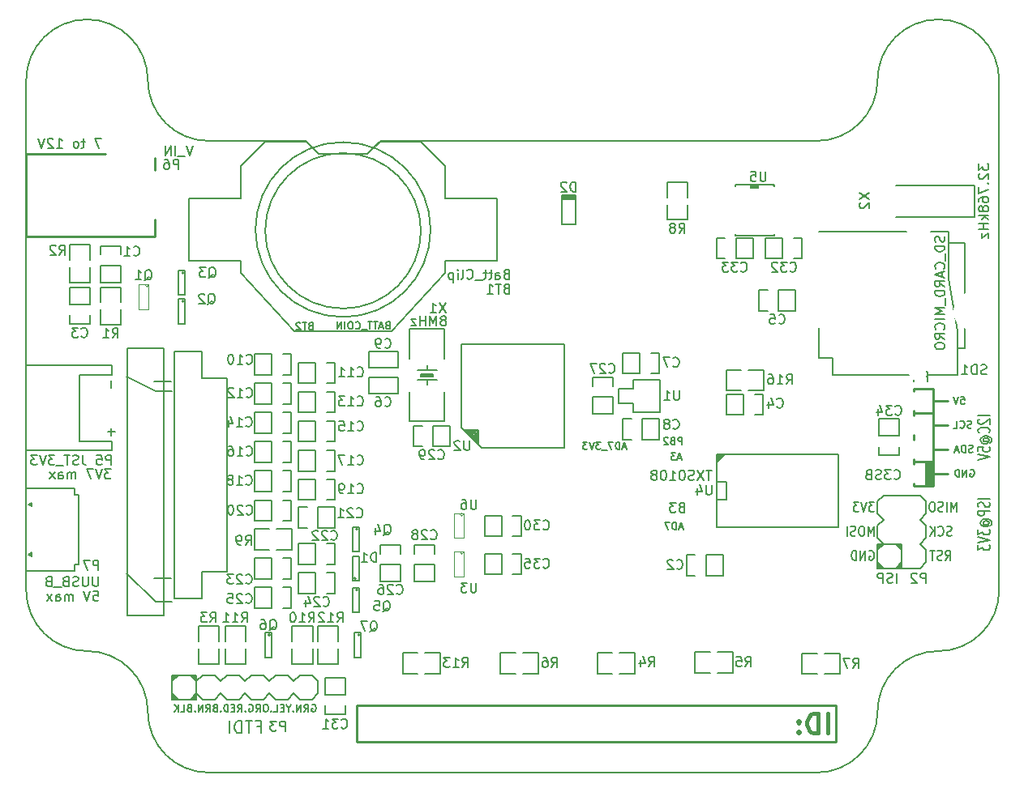
<source format=gbo>
G04 (created by PCBNEW (2013-mar-13)-testing) date Monday 15 April 2013 11:28:32 PM IST*
%MOIN*%
G04 Gerber Fmt 3.4, Leading zero omitted, Abs format*
%FSLAX34Y34*%
G01*
G70*
G90*
G04 APERTURE LIST*
%ADD10C,0.006*%
%ADD11C,0.016*%
%ADD12C,0.01*%
%ADD13C,0.005*%
%ADD14C,0.00590551*%
%ADD15C,0.0031*%
%ADD16C,0.008*%
%ADD17R,0.0394X0.0236*%
%ADD18R,0.0394X0.0315*%
%ADD19R,0.042X0.056*%
%ADD20R,0.056X0.042*%
%ADD21R,0.059X0.0512*%
%ADD22R,0.0512X0.059*%
%ADD23R,0.0472X0.0315*%
%ADD24C,0.04*%
%ADD25R,0.06X0.06*%
%ADD26C,0.06*%
%ADD27R,0.0787X0.0177*%
%ADD28R,0.0177X0.0787*%
%ADD29C,0.4*%
%ADD30C,0.07*%
%ADD31R,0.07X0.07*%
%ADD32O,0.06X0.08*%
%ADD33C,0.155*%
%ADD34C,0.08*%
%ADD35R,0.054X0.016*%
%ADD36R,0.056X0.063*%
%ADD37R,0.075X0.075*%
%ADD38C,0.075*%
%ADD39R,0.03X0.03*%
%ADD40R,0.08X0.024*%
%ADD41R,0.06X0.03*%
%ADD42R,0.06X0.04*%
%ADD43R,0.08X0.06*%
%ADD44C,0.045*%
%ADD45R,0.0354X0.0394*%
%ADD46R,0.11811X0.0984252*%
%ADD47O,0.12X0.18*%
%ADD48R,0.12X0.18*%
%ADD49O,0.18X0.12*%
%ADD50R,0.3X0.1*%
%ADD51R,0.02X0.05*%
%ADD52R,0.225X0.225*%
%ADD53C,0.6*%
%ADD54R,0.1337X0.059*%
%ADD55R,0.1377X0.0392*%
%ADD56R,0.0944882X0.0787402*%
%ADD57R,0.0590551X0.019685*%
G04 APERTURE END LIST*
G54D10*
G54D11*
X42940Y-43373D02*
X42940Y-42573D01*
X42559Y-43373D02*
X42559Y-42573D01*
X42369Y-42573D01*
X42254Y-42611D01*
X42178Y-42688D01*
X42140Y-42764D01*
X42102Y-42916D01*
X42102Y-43030D01*
X42140Y-43183D01*
X42178Y-43259D01*
X42254Y-43335D01*
X42369Y-43373D01*
X42559Y-43373D01*
X41759Y-43297D02*
X41721Y-43335D01*
X41759Y-43373D01*
X41797Y-43335D01*
X41759Y-43297D01*
X41759Y-43373D01*
X41759Y-42878D02*
X41721Y-42916D01*
X41759Y-42954D01*
X41797Y-42916D01*
X41759Y-42878D01*
X41759Y-42954D01*
G54D12*
X23575Y-43750D02*
X23575Y-42250D01*
X43275Y-43750D02*
X23575Y-43750D01*
X43275Y-42250D02*
X43275Y-43750D01*
X23575Y-42250D02*
X43275Y-42250D01*
G54D10*
X13085Y-18886D02*
X12819Y-18886D01*
X12990Y-19286D01*
X12419Y-19020D02*
X12266Y-19020D01*
X12361Y-18886D02*
X12361Y-19229D01*
X12342Y-19267D01*
X12304Y-19286D01*
X12266Y-19286D01*
X12076Y-19286D02*
X12114Y-19267D01*
X12133Y-19248D01*
X12152Y-19210D01*
X12152Y-19096D01*
X12133Y-19058D01*
X12114Y-19039D01*
X12076Y-19020D01*
X12019Y-19020D01*
X11980Y-19039D01*
X11961Y-19058D01*
X11942Y-19096D01*
X11942Y-19210D01*
X11961Y-19248D01*
X11980Y-19267D01*
X12019Y-19286D01*
X12076Y-19286D01*
X11257Y-19286D02*
X11485Y-19286D01*
X11371Y-19286D02*
X11371Y-18886D01*
X11409Y-18944D01*
X11447Y-18982D01*
X11485Y-19001D01*
X11104Y-18925D02*
X11085Y-18905D01*
X11047Y-18886D01*
X10952Y-18886D01*
X10914Y-18905D01*
X10895Y-18925D01*
X10876Y-18963D01*
X10876Y-19001D01*
X10895Y-19058D01*
X11123Y-19286D01*
X10876Y-19286D01*
X10761Y-18886D02*
X10628Y-19286D01*
X10495Y-18886D01*
X12763Y-37536D02*
X12953Y-37536D01*
X12972Y-37727D01*
X12953Y-37708D01*
X12915Y-37689D01*
X12820Y-37689D01*
X12782Y-37708D01*
X12763Y-37727D01*
X12744Y-37765D01*
X12744Y-37860D01*
X12763Y-37898D01*
X12782Y-37917D01*
X12820Y-37936D01*
X12915Y-37936D01*
X12953Y-37917D01*
X12972Y-37898D01*
X12629Y-37536D02*
X12496Y-37936D01*
X12363Y-37536D01*
X11925Y-37936D02*
X11925Y-37670D01*
X11925Y-37708D02*
X11905Y-37689D01*
X11867Y-37670D01*
X11810Y-37670D01*
X11772Y-37689D01*
X11753Y-37727D01*
X11753Y-37936D01*
X11753Y-37727D02*
X11734Y-37689D01*
X11696Y-37670D01*
X11639Y-37670D01*
X11601Y-37689D01*
X11582Y-37727D01*
X11582Y-37936D01*
X11220Y-37936D02*
X11220Y-37727D01*
X11239Y-37689D01*
X11277Y-37670D01*
X11353Y-37670D01*
X11391Y-37689D01*
X11220Y-37917D02*
X11258Y-37936D01*
X11353Y-37936D01*
X11391Y-37917D01*
X11410Y-37879D01*
X11410Y-37841D01*
X11391Y-37803D01*
X11353Y-37784D01*
X11258Y-37784D01*
X11220Y-37765D01*
X11067Y-37936D02*
X10858Y-37670D01*
X11067Y-37670D02*
X10858Y-37936D01*
X13482Y-32511D02*
X13234Y-32511D01*
X13367Y-32664D01*
X13310Y-32664D01*
X13272Y-32683D01*
X13253Y-32702D01*
X13234Y-32740D01*
X13234Y-32835D01*
X13253Y-32873D01*
X13272Y-32892D01*
X13310Y-32911D01*
X13424Y-32911D01*
X13463Y-32892D01*
X13482Y-32873D01*
X13120Y-32511D02*
X12986Y-32911D01*
X12853Y-32511D01*
X12758Y-32511D02*
X12491Y-32511D01*
X12663Y-32911D01*
X12034Y-32911D02*
X12034Y-32645D01*
X12034Y-32683D02*
X12015Y-32664D01*
X11977Y-32645D01*
X11920Y-32645D01*
X11882Y-32664D01*
X11863Y-32702D01*
X11863Y-32911D01*
X11863Y-32702D02*
X11844Y-32664D01*
X11805Y-32645D01*
X11748Y-32645D01*
X11710Y-32664D01*
X11691Y-32702D01*
X11691Y-32911D01*
X11329Y-32911D02*
X11329Y-32702D01*
X11348Y-32664D01*
X11386Y-32645D01*
X11463Y-32645D01*
X11501Y-32664D01*
X11329Y-32892D02*
X11367Y-32911D01*
X11463Y-32911D01*
X11501Y-32892D01*
X11520Y-32854D01*
X11520Y-32816D01*
X11501Y-32778D01*
X11463Y-32759D01*
X11367Y-32759D01*
X11329Y-32740D01*
X11177Y-32911D02*
X10967Y-32645D01*
X11177Y-32645D02*
X10967Y-32911D01*
X49627Y-30316D02*
X49127Y-30316D01*
X49175Y-30466D02*
X49151Y-30483D01*
X49127Y-30516D01*
X49127Y-30600D01*
X49151Y-30633D01*
X49175Y-30650D01*
X49222Y-30666D01*
X49270Y-30666D01*
X49341Y-30650D01*
X49627Y-30450D01*
X49627Y-30666D01*
X49579Y-31016D02*
X49603Y-31000D01*
X49627Y-30950D01*
X49627Y-30916D01*
X49603Y-30866D01*
X49555Y-30833D01*
X49508Y-30816D01*
X49413Y-30800D01*
X49341Y-30800D01*
X49246Y-30816D01*
X49198Y-30833D01*
X49151Y-30866D01*
X49127Y-30916D01*
X49127Y-30950D01*
X49151Y-31000D01*
X49175Y-31016D01*
X49389Y-31383D02*
X49365Y-31366D01*
X49341Y-31333D01*
X49341Y-31300D01*
X49365Y-31266D01*
X49389Y-31250D01*
X49436Y-31233D01*
X49484Y-31233D01*
X49532Y-31250D01*
X49555Y-31266D01*
X49579Y-31300D01*
X49579Y-31333D01*
X49555Y-31366D01*
X49532Y-31383D01*
X49341Y-31383D02*
X49532Y-31383D01*
X49555Y-31400D01*
X49555Y-31416D01*
X49532Y-31450D01*
X49484Y-31466D01*
X49365Y-31466D01*
X49294Y-31433D01*
X49246Y-31383D01*
X49222Y-31316D01*
X49246Y-31250D01*
X49294Y-31200D01*
X49365Y-31166D01*
X49460Y-31150D01*
X49555Y-31166D01*
X49627Y-31200D01*
X49675Y-31250D01*
X49698Y-31316D01*
X49675Y-31383D01*
X49627Y-31433D01*
X49127Y-31783D02*
X49127Y-31616D01*
X49365Y-31600D01*
X49341Y-31616D01*
X49317Y-31650D01*
X49317Y-31733D01*
X49341Y-31766D01*
X49365Y-31783D01*
X49413Y-31800D01*
X49532Y-31800D01*
X49579Y-31783D01*
X49603Y-31766D01*
X49627Y-31733D01*
X49627Y-31650D01*
X49603Y-31616D01*
X49579Y-31600D01*
X49127Y-31900D02*
X49627Y-32016D01*
X49127Y-32133D01*
X49627Y-33725D02*
X49127Y-33725D01*
X49603Y-33874D02*
X49627Y-33924D01*
X49627Y-34008D01*
X49603Y-34041D01*
X49579Y-34058D01*
X49532Y-34074D01*
X49484Y-34074D01*
X49436Y-34058D01*
X49413Y-34041D01*
X49389Y-34008D01*
X49365Y-33941D01*
X49341Y-33908D01*
X49317Y-33891D01*
X49270Y-33874D01*
X49222Y-33874D01*
X49175Y-33891D01*
X49151Y-33908D01*
X49127Y-33941D01*
X49127Y-34024D01*
X49151Y-34074D01*
X49627Y-34225D02*
X49127Y-34225D01*
X49127Y-34358D01*
X49151Y-34391D01*
X49175Y-34408D01*
X49222Y-34425D01*
X49294Y-34425D01*
X49341Y-34408D01*
X49365Y-34391D01*
X49389Y-34358D01*
X49389Y-34225D01*
X49389Y-34791D02*
X49365Y-34775D01*
X49341Y-34741D01*
X49341Y-34708D01*
X49365Y-34675D01*
X49389Y-34658D01*
X49436Y-34641D01*
X49484Y-34641D01*
X49532Y-34658D01*
X49555Y-34675D01*
X49579Y-34708D01*
X49579Y-34741D01*
X49555Y-34775D01*
X49532Y-34791D01*
X49341Y-34791D02*
X49532Y-34791D01*
X49555Y-34808D01*
X49555Y-34825D01*
X49532Y-34858D01*
X49484Y-34875D01*
X49365Y-34875D01*
X49294Y-34841D01*
X49246Y-34791D01*
X49222Y-34725D01*
X49246Y-34658D01*
X49294Y-34608D01*
X49365Y-34575D01*
X49460Y-34558D01*
X49555Y-34575D01*
X49627Y-34608D01*
X49675Y-34658D01*
X49698Y-34725D01*
X49675Y-34791D01*
X49627Y-34841D01*
X49127Y-34991D02*
X49127Y-35208D01*
X49317Y-35091D01*
X49317Y-35141D01*
X49341Y-35175D01*
X49365Y-35191D01*
X49413Y-35208D01*
X49532Y-35208D01*
X49579Y-35191D01*
X49603Y-35175D01*
X49627Y-35141D01*
X49627Y-35041D01*
X49603Y-35008D01*
X49579Y-34991D01*
X49127Y-35308D02*
X49627Y-35425D01*
X49127Y-35541D01*
X49127Y-35625D02*
X49127Y-35841D01*
X49317Y-35725D01*
X49317Y-35775D01*
X49341Y-35808D01*
X49365Y-35825D01*
X49413Y-35841D01*
X49532Y-35841D01*
X49579Y-35825D01*
X49603Y-35808D01*
X49627Y-35775D01*
X49627Y-35675D01*
X49603Y-35641D01*
X49579Y-35625D01*
G54D13*
X21475Y-19000D02*
X17500Y-19000D01*
X24575Y-19000D02*
X42500Y-19000D01*
X24025Y-19550D02*
X24575Y-19000D01*
X23025Y-19550D02*
X24025Y-19550D01*
X22025Y-19550D02*
X21475Y-19000D01*
X23025Y-19550D02*
X22025Y-19550D01*
X48810Y-32535D02*
X48839Y-32521D01*
X48882Y-32521D01*
X48925Y-32535D01*
X48953Y-32564D01*
X48967Y-32592D01*
X48982Y-32650D01*
X48982Y-32692D01*
X48967Y-32750D01*
X48953Y-32778D01*
X48925Y-32807D01*
X48882Y-32821D01*
X48853Y-32821D01*
X48810Y-32807D01*
X48796Y-32792D01*
X48796Y-32692D01*
X48853Y-32692D01*
X48667Y-32821D02*
X48667Y-32521D01*
X48496Y-32821D01*
X48496Y-32521D01*
X48353Y-32821D02*
X48353Y-32521D01*
X48282Y-32521D01*
X48239Y-32535D01*
X48210Y-32564D01*
X48196Y-32592D01*
X48182Y-32650D01*
X48182Y-32692D01*
X48196Y-32750D01*
X48210Y-32778D01*
X48239Y-32807D01*
X48282Y-32821D01*
X48353Y-32821D01*
X48910Y-31807D02*
X48867Y-31821D01*
X48796Y-31821D01*
X48767Y-31807D01*
X48753Y-31792D01*
X48739Y-31764D01*
X48739Y-31735D01*
X48753Y-31707D01*
X48767Y-31692D01*
X48796Y-31678D01*
X48853Y-31664D01*
X48882Y-31650D01*
X48896Y-31635D01*
X48910Y-31607D01*
X48910Y-31578D01*
X48896Y-31550D01*
X48882Y-31535D01*
X48853Y-31521D01*
X48782Y-31521D01*
X48739Y-31535D01*
X48610Y-31821D02*
X48610Y-31521D01*
X48539Y-31521D01*
X48496Y-31535D01*
X48467Y-31564D01*
X48453Y-31592D01*
X48439Y-31650D01*
X48439Y-31692D01*
X48453Y-31750D01*
X48467Y-31778D01*
X48496Y-31807D01*
X48539Y-31821D01*
X48610Y-31821D01*
X48325Y-31735D02*
X48182Y-31735D01*
X48353Y-31821D02*
X48253Y-31521D01*
X48153Y-31821D01*
X48871Y-30807D02*
X48828Y-30821D01*
X48757Y-30821D01*
X48728Y-30807D01*
X48714Y-30792D01*
X48700Y-30764D01*
X48700Y-30735D01*
X48714Y-30707D01*
X48728Y-30692D01*
X48757Y-30678D01*
X48814Y-30664D01*
X48842Y-30650D01*
X48857Y-30635D01*
X48871Y-30607D01*
X48871Y-30578D01*
X48857Y-30550D01*
X48842Y-30535D01*
X48814Y-30521D01*
X48742Y-30521D01*
X48700Y-30535D01*
X48400Y-30792D02*
X48414Y-30807D01*
X48457Y-30821D01*
X48485Y-30821D01*
X48528Y-30807D01*
X48557Y-30778D01*
X48571Y-30750D01*
X48585Y-30692D01*
X48585Y-30650D01*
X48571Y-30592D01*
X48557Y-30564D01*
X48528Y-30535D01*
X48485Y-30521D01*
X48457Y-30521D01*
X48414Y-30535D01*
X48400Y-30550D01*
X48128Y-30821D02*
X48271Y-30821D01*
X48271Y-30521D01*
G54D10*
X48428Y-29521D02*
X48571Y-29521D01*
X48585Y-29664D01*
X48571Y-29650D01*
X48542Y-29635D01*
X48471Y-29635D01*
X48442Y-29650D01*
X48428Y-29664D01*
X48414Y-29692D01*
X48414Y-29764D01*
X48428Y-29792D01*
X48442Y-29807D01*
X48471Y-29821D01*
X48542Y-29821D01*
X48571Y-29807D01*
X48585Y-29792D01*
X48328Y-29521D02*
X48228Y-29821D01*
X48128Y-29521D01*
G54D13*
X47500Y-40000D02*
G75*
G03X50000Y-37500I0J2500D01*
G74*
G01*
X42500Y-45000D02*
G75*
G03X45000Y-42500I0J2500D01*
G74*
G01*
X47500Y-40000D02*
G75*
G03X45000Y-42500I0J-2500D01*
G74*
G01*
X15000Y-42500D02*
G75*
G03X17500Y-45000I2500J0D01*
G74*
G01*
X10000Y-37500D02*
G75*
G03X12500Y-40000I2500J0D01*
G74*
G01*
X15000Y-42500D02*
G75*
G03X12500Y-40000I-2500J0D01*
G74*
G01*
X42500Y-19000D02*
G75*
G03X45000Y-16500I0J2500D01*
G74*
G01*
X50000Y-16500D02*
G75*
G03X47500Y-14000I-2500J0D01*
G74*
G01*
X47500Y-14000D02*
G75*
G03X45000Y-16500I0J-2500D01*
G74*
G01*
X15000Y-16500D02*
G75*
G03X17500Y-19000I2500J0D01*
G74*
G01*
X15000Y-16500D02*
G75*
G03X12500Y-14000I-2500J0D01*
G74*
G01*
X12500Y-14000D02*
G75*
G03X10000Y-16500I0J-2500D01*
G74*
G01*
X14150Y-38550D02*
X15650Y-38550D01*
X14150Y-27550D02*
X14150Y-38550D01*
X15650Y-27550D02*
X14150Y-27550D01*
X15650Y-38550D02*
X15650Y-27550D01*
X42500Y-45000D02*
X17500Y-45000D01*
X10000Y-37500D02*
X10000Y-16500D01*
X50000Y-16500D02*
X50000Y-37500D01*
G54D14*
X23628Y-37486D02*
G75*
G03X23628Y-37486I-39J0D01*
G74*
G01*
X23687Y-37900D02*
X23687Y-38411D01*
X23687Y-38411D02*
X23412Y-38411D01*
X23412Y-38411D02*
X23412Y-37388D01*
X23412Y-37388D02*
X23687Y-37388D01*
X23687Y-37388D02*
X23687Y-37900D01*
X16478Y-25611D02*
G75*
G03X16478Y-25611I-39J0D01*
G74*
G01*
X16537Y-26025D02*
X16537Y-26536D01*
X16537Y-26536D02*
X16262Y-26536D01*
X16262Y-26536D02*
X16262Y-25513D01*
X16262Y-25513D02*
X16537Y-25513D01*
X16537Y-25513D02*
X16537Y-26025D01*
X23628Y-34986D02*
G75*
G03X23628Y-34986I-39J0D01*
G74*
G01*
X23687Y-35400D02*
X23687Y-35911D01*
X23687Y-35911D02*
X23412Y-35911D01*
X23412Y-35911D02*
X23412Y-34888D01*
X23412Y-34888D02*
X23687Y-34888D01*
X23687Y-34888D02*
X23687Y-35400D01*
X20028Y-39336D02*
G75*
G03X20028Y-39336I-39J0D01*
G74*
G01*
X20087Y-39750D02*
X20087Y-40261D01*
X20087Y-40261D02*
X19812Y-40261D01*
X19812Y-40261D02*
X19812Y-39238D01*
X19812Y-39238D02*
X20087Y-39238D01*
X20087Y-39238D02*
X20087Y-39750D01*
X23550Y-37013D02*
G75*
G03X23550Y-37013I-39J0D01*
G74*
G01*
X23412Y-36600D02*
X23412Y-36088D01*
X23412Y-36088D02*
X23687Y-36088D01*
X23687Y-36088D02*
X23687Y-37111D01*
X23687Y-37111D02*
X23412Y-37111D01*
X23412Y-37111D02*
X23412Y-36600D01*
X23703Y-39336D02*
G75*
G03X23703Y-39336I-39J0D01*
G74*
G01*
X23762Y-39750D02*
X23762Y-40261D01*
X23762Y-40261D02*
X23487Y-40261D01*
X23487Y-40261D02*
X23487Y-39238D01*
X23487Y-39238D02*
X23762Y-39238D01*
X23762Y-39238D02*
X23762Y-39750D01*
X16478Y-24426D02*
G75*
G03X16478Y-24426I-39J0D01*
G74*
G01*
X16537Y-24840D02*
X16537Y-25351D01*
X16537Y-25351D02*
X16262Y-25351D01*
X16262Y-25351D02*
X16262Y-24328D01*
X16262Y-24328D02*
X16537Y-24328D01*
X16537Y-24328D02*
X16537Y-24840D01*
G54D15*
X15025Y-24962D02*
G75*
G03X15025Y-24962I-62J0D01*
G74*
G01*
X14625Y-25925D02*
X15025Y-25925D01*
X14625Y-24900D02*
X15025Y-24900D01*
X15025Y-25925D02*
X15025Y-24900D01*
X14625Y-24900D02*
X14625Y-25925D01*
G54D10*
X41625Y-25150D02*
X40925Y-25150D01*
X41625Y-26000D02*
X40925Y-26000D01*
X40475Y-25150D02*
X40125Y-25150D01*
X40125Y-26000D02*
X40475Y-26000D01*
X40925Y-26000D02*
X40925Y-25150D01*
X41625Y-26000D02*
X41625Y-25150D01*
X40125Y-26000D02*
X40125Y-25150D01*
X28850Y-35275D02*
X29550Y-35275D01*
X28850Y-34425D02*
X29550Y-34425D01*
X30000Y-35275D02*
X30350Y-35275D01*
X30350Y-34425D02*
X30000Y-34425D01*
X29550Y-34425D02*
X29550Y-35275D01*
X28850Y-34425D02*
X28850Y-35275D01*
X30350Y-34425D02*
X30350Y-35275D01*
X19400Y-34650D02*
X20100Y-34650D01*
X19400Y-33800D02*
X20100Y-33800D01*
X20550Y-34650D02*
X20900Y-34650D01*
X20900Y-33800D02*
X20550Y-33800D01*
X20100Y-33800D02*
X20100Y-34650D01*
X19400Y-33800D02*
X19400Y-34650D01*
X20900Y-33800D02*
X20900Y-34650D01*
X21200Y-31375D02*
X21900Y-31375D01*
X21200Y-30525D02*
X21900Y-30525D01*
X22350Y-31375D02*
X22700Y-31375D01*
X22700Y-30525D02*
X22350Y-30525D01*
X21900Y-30525D02*
X21900Y-31375D01*
X21200Y-30525D02*
X21200Y-31375D01*
X22700Y-30525D02*
X22700Y-31375D01*
X19400Y-33425D02*
X20100Y-33425D01*
X19400Y-32575D02*
X20100Y-32575D01*
X20550Y-33425D02*
X20900Y-33425D01*
X20900Y-32575D02*
X20550Y-32575D01*
X20100Y-32575D02*
X20100Y-33425D01*
X19400Y-32575D02*
X19400Y-33425D01*
X20900Y-32575D02*
X20900Y-33425D01*
X21200Y-32600D02*
X21900Y-32600D01*
X21200Y-31750D02*
X21900Y-31750D01*
X22350Y-32600D02*
X22700Y-32600D01*
X22700Y-31750D02*
X22350Y-31750D01*
X21900Y-31750D02*
X21900Y-32600D01*
X21200Y-31750D02*
X21200Y-32600D01*
X22700Y-31750D02*
X22700Y-32600D01*
X19400Y-28625D02*
X20100Y-28625D01*
X19400Y-27775D02*
X20100Y-27775D01*
X20550Y-28625D02*
X20900Y-28625D01*
X20900Y-27775D02*
X20550Y-27775D01*
X20100Y-27775D02*
X20100Y-28625D01*
X19400Y-27775D02*
X19400Y-28625D01*
X20900Y-27775D02*
X20900Y-28625D01*
X21200Y-30175D02*
X21900Y-30175D01*
X21200Y-29325D02*
X21900Y-29325D01*
X22350Y-30175D02*
X22700Y-30175D01*
X22700Y-29325D02*
X22350Y-29325D01*
X21900Y-29325D02*
X21900Y-30175D01*
X21200Y-29325D02*
X21200Y-30175D01*
X22700Y-29325D02*
X22700Y-30175D01*
X19400Y-31025D02*
X20100Y-31025D01*
X19400Y-30175D02*
X20100Y-30175D01*
X20550Y-31025D02*
X20900Y-31025D01*
X20900Y-30175D02*
X20550Y-30175D01*
X20100Y-30175D02*
X20100Y-31025D01*
X19400Y-30175D02*
X19400Y-31025D01*
X20900Y-30175D02*
X20900Y-31025D01*
X21200Y-28975D02*
X21900Y-28975D01*
X21200Y-28125D02*
X21900Y-28125D01*
X22350Y-28975D02*
X22700Y-28975D01*
X22700Y-28125D02*
X22350Y-28125D01*
X21900Y-28125D02*
X21900Y-28975D01*
X21200Y-28125D02*
X21200Y-28975D01*
X22700Y-28125D02*
X22700Y-28975D01*
X21200Y-33775D02*
X21900Y-33775D01*
X21200Y-32925D02*
X21900Y-32925D01*
X22350Y-33775D02*
X22700Y-33775D01*
X22700Y-32925D02*
X22350Y-32925D01*
X21900Y-32925D02*
X21900Y-33775D01*
X21200Y-32925D02*
X21200Y-33775D01*
X22700Y-32925D02*
X22700Y-33775D01*
X21200Y-37625D02*
X21900Y-37625D01*
X21200Y-36775D02*
X21900Y-36775D01*
X22350Y-37625D02*
X22700Y-37625D01*
X22700Y-36775D02*
X22350Y-36775D01*
X21900Y-36775D02*
X21900Y-37625D01*
X21200Y-36775D02*
X21200Y-37625D01*
X22700Y-36775D02*
X22700Y-37625D01*
X19400Y-32225D02*
X20100Y-32225D01*
X19400Y-31375D02*
X20100Y-31375D01*
X20550Y-32225D02*
X20900Y-32225D01*
X20900Y-31375D02*
X20550Y-31375D01*
X20100Y-31375D02*
X20100Y-32225D01*
X19400Y-31375D02*
X19400Y-32225D01*
X20900Y-31375D02*
X20900Y-32225D01*
X21200Y-36425D02*
X21900Y-36425D01*
X21200Y-35575D02*
X21900Y-35575D01*
X22350Y-36425D02*
X22700Y-36425D01*
X22700Y-35575D02*
X22350Y-35575D01*
X21900Y-35575D02*
X21900Y-36425D01*
X21200Y-35575D02*
X21200Y-36425D01*
X22700Y-35575D02*
X22700Y-36425D01*
X34525Y-28575D02*
X35225Y-28575D01*
X34525Y-27725D02*
X35225Y-27725D01*
X35675Y-28575D02*
X36025Y-28575D01*
X36025Y-27725D02*
X35675Y-27725D01*
X35225Y-27725D02*
X35225Y-28575D01*
X34525Y-27725D02*
X34525Y-28575D01*
X36025Y-27725D02*
X36025Y-28575D01*
X22700Y-34075D02*
X22000Y-34075D01*
X22700Y-34925D02*
X22000Y-34925D01*
X21550Y-34075D02*
X21200Y-34075D01*
X21200Y-34925D02*
X21550Y-34925D01*
X22000Y-34925D02*
X22000Y-34075D01*
X22700Y-34925D02*
X22700Y-34075D01*
X21200Y-34925D02*
X21200Y-34075D01*
X19400Y-37025D02*
X20100Y-37025D01*
X19400Y-36175D02*
X20100Y-36175D01*
X20550Y-37025D02*
X20900Y-37025D01*
X20900Y-36175D02*
X20550Y-36175D01*
X20100Y-36175D02*
X20100Y-37025D01*
X19400Y-36175D02*
X19400Y-37025D01*
X20900Y-36175D02*
X20900Y-37025D01*
X19400Y-38225D02*
X20100Y-38225D01*
X19400Y-37375D02*
X20100Y-37375D01*
X20550Y-38225D02*
X20900Y-38225D01*
X20900Y-37375D02*
X20550Y-37375D01*
X20100Y-37375D02*
X20100Y-38225D01*
X19400Y-37375D02*
X19400Y-38225D01*
X20900Y-37375D02*
X20900Y-38225D01*
X19400Y-29825D02*
X20100Y-29825D01*
X19400Y-28975D02*
X20100Y-28975D01*
X20550Y-29825D02*
X20900Y-29825D01*
X20900Y-28975D02*
X20550Y-28975D01*
X20100Y-28975D02*
X20100Y-29825D01*
X19400Y-28975D02*
X19400Y-29825D01*
X20900Y-28975D02*
X20900Y-29825D01*
X26800Y-37150D02*
X26800Y-36450D01*
X25950Y-37150D02*
X25950Y-36450D01*
X26800Y-36000D02*
X26800Y-35650D01*
X25950Y-35650D02*
X25950Y-36000D01*
X25950Y-36450D02*
X26800Y-36450D01*
X25950Y-37150D02*
X26800Y-37150D01*
X25950Y-35650D02*
X26800Y-35650D01*
X13900Y-25950D02*
X13900Y-26575D01*
X13900Y-26575D02*
X13050Y-26575D01*
X13050Y-26575D02*
X13050Y-25950D01*
X13050Y-25650D02*
X13050Y-25050D01*
X13050Y-25050D02*
X13050Y-25025D01*
X13050Y-25025D02*
X13900Y-25025D01*
X13900Y-25025D02*
X13900Y-25650D01*
X21975Y-39600D02*
X21975Y-38975D01*
X21975Y-38975D02*
X22825Y-38975D01*
X22825Y-38975D02*
X22825Y-39600D01*
X22825Y-39900D02*
X22825Y-40500D01*
X22825Y-40500D02*
X22825Y-40525D01*
X22825Y-40525D02*
X21975Y-40525D01*
X21975Y-40525D02*
X21975Y-39900D01*
X19025Y-39900D02*
X19025Y-40525D01*
X19025Y-40525D02*
X18175Y-40525D01*
X18175Y-40525D02*
X18175Y-39900D01*
X18175Y-39600D02*
X18175Y-39000D01*
X18175Y-39000D02*
X18175Y-38975D01*
X18175Y-38975D02*
X19025Y-38975D01*
X19025Y-38975D02*
X19025Y-39600D01*
X20000Y-35825D02*
X19375Y-35825D01*
X19375Y-35825D02*
X19375Y-34975D01*
X19375Y-34975D02*
X20000Y-34975D01*
X20300Y-34975D02*
X20900Y-34975D01*
X20900Y-34975D02*
X20925Y-34975D01*
X20925Y-34975D02*
X20925Y-35825D01*
X20925Y-35825D02*
X20300Y-35825D01*
X17075Y-39600D02*
X17075Y-38975D01*
X17075Y-38975D02*
X17925Y-38975D01*
X17925Y-38975D02*
X17925Y-39600D01*
X17925Y-39900D02*
X17925Y-40500D01*
X17925Y-40500D02*
X17925Y-40525D01*
X17925Y-40525D02*
X17075Y-40525D01*
X17075Y-40525D02*
X17075Y-39900D01*
X20925Y-39600D02*
X20925Y-38975D01*
X20925Y-38975D02*
X21775Y-38975D01*
X21775Y-38975D02*
X21775Y-39600D01*
X21775Y-39900D02*
X21775Y-40500D01*
X21775Y-40500D02*
X21775Y-40525D01*
X21775Y-40525D02*
X20925Y-40525D01*
X20925Y-40525D02*
X20925Y-39900D01*
X39700Y-28425D02*
X40325Y-28425D01*
X40325Y-28425D02*
X40325Y-29275D01*
X40325Y-29275D02*
X39700Y-29275D01*
X39400Y-29275D02*
X38800Y-29275D01*
X38800Y-29275D02*
X38775Y-29275D01*
X38775Y-29275D02*
X38775Y-28425D01*
X38775Y-28425D02*
X39400Y-28425D01*
X11775Y-23900D02*
X11775Y-23275D01*
X11775Y-23275D02*
X12625Y-23275D01*
X12625Y-23275D02*
X12625Y-23900D01*
X12625Y-24200D02*
X12625Y-24800D01*
X12625Y-24800D02*
X12625Y-24825D01*
X12625Y-24825D02*
X11775Y-24825D01*
X11775Y-24825D02*
X11775Y-24200D01*
X25400Y-37150D02*
X25400Y-36450D01*
X24550Y-37150D02*
X24550Y-36450D01*
X25400Y-36000D02*
X25400Y-35650D01*
X24550Y-35650D02*
X24550Y-36000D01*
X24550Y-36450D02*
X25400Y-36450D01*
X24550Y-37150D02*
X25400Y-37150D01*
X24550Y-35650D02*
X25400Y-35650D01*
X38800Y-30275D02*
X39500Y-30275D01*
X38800Y-29425D02*
X39500Y-29425D01*
X39950Y-30275D02*
X40300Y-30275D01*
X40300Y-29425D02*
X39950Y-29425D01*
X39500Y-29425D02*
X39500Y-30275D01*
X38800Y-29425D02*
X38800Y-30275D01*
X40300Y-29425D02*
X40300Y-30275D01*
X38650Y-36050D02*
X37950Y-36050D01*
X38650Y-36900D02*
X37950Y-36900D01*
X37500Y-36050D02*
X37150Y-36050D01*
X37150Y-36900D02*
X37500Y-36900D01*
X37950Y-36900D02*
X37950Y-36050D01*
X38650Y-36900D02*
X38650Y-36050D01*
X37150Y-36900D02*
X37150Y-36050D01*
X13900Y-24825D02*
X13900Y-24125D01*
X13050Y-24825D02*
X13050Y-24125D01*
X13900Y-23675D02*
X13900Y-23325D01*
X13050Y-23325D02*
X13050Y-23675D01*
X13050Y-24125D02*
X13900Y-24125D01*
X13050Y-24825D02*
X13900Y-24825D01*
X13050Y-23325D02*
X13900Y-23325D01*
X36025Y-30450D02*
X35325Y-30450D01*
X36025Y-31300D02*
X35325Y-31300D01*
X34875Y-30450D02*
X34525Y-30450D01*
X34525Y-31300D02*
X34875Y-31300D01*
X35325Y-31300D02*
X35325Y-30450D01*
X36025Y-31300D02*
X36025Y-30450D01*
X34525Y-31300D02*
X34525Y-30450D01*
X27425Y-30725D02*
X26725Y-30725D01*
X27425Y-31575D02*
X26725Y-31575D01*
X26275Y-30725D02*
X25925Y-30725D01*
X25925Y-31575D02*
X26275Y-31575D01*
X26725Y-31575D02*
X26725Y-30725D01*
X27425Y-31575D02*
X27425Y-30725D01*
X25925Y-31575D02*
X25925Y-30725D01*
X11775Y-25025D02*
X11775Y-25725D01*
X12625Y-25025D02*
X12625Y-25725D01*
X11775Y-26175D02*
X11775Y-26525D01*
X12625Y-26525D02*
X12625Y-26175D01*
X12625Y-25725D02*
X11775Y-25725D01*
X12625Y-25025D02*
X11775Y-25025D01*
X12625Y-26525D02*
X11775Y-26525D01*
X34125Y-30250D02*
X34125Y-29550D01*
X33275Y-30250D02*
X33275Y-29550D01*
X34125Y-29100D02*
X34125Y-28750D01*
X33275Y-28750D02*
X33275Y-29100D01*
X33275Y-29550D02*
X34125Y-29550D01*
X33275Y-30250D02*
X34125Y-30250D01*
X33275Y-28750D02*
X34125Y-28750D01*
X34950Y-29200D02*
X34950Y-28825D01*
X34950Y-28825D02*
X36050Y-28825D01*
X36050Y-28825D02*
X36050Y-30150D01*
X36050Y-30150D02*
X36050Y-30175D01*
X36050Y-30175D02*
X34950Y-30175D01*
X34950Y-30175D02*
X34950Y-29800D01*
X34950Y-29800D02*
X34350Y-29800D01*
X34350Y-29800D02*
X34350Y-29500D01*
X34350Y-29500D02*
X34350Y-29200D01*
X34350Y-29200D02*
X34950Y-29200D01*
X34400Y-40075D02*
X35025Y-40075D01*
X35025Y-40075D02*
X35025Y-40925D01*
X35025Y-40925D02*
X34400Y-40925D01*
X34100Y-40925D02*
X33500Y-40925D01*
X33500Y-40925D02*
X33475Y-40925D01*
X33475Y-40925D02*
X33475Y-40075D01*
X33475Y-40075D02*
X34100Y-40075D01*
X38425Y-40050D02*
X39050Y-40050D01*
X39050Y-40050D02*
X39050Y-40900D01*
X39050Y-40900D02*
X38425Y-40900D01*
X38125Y-40900D02*
X37525Y-40900D01*
X37525Y-40900D02*
X37500Y-40900D01*
X37500Y-40900D02*
X37500Y-40050D01*
X37500Y-40050D02*
X38125Y-40050D01*
X30425Y-40075D02*
X31050Y-40075D01*
X31050Y-40075D02*
X31050Y-40925D01*
X31050Y-40925D02*
X30425Y-40925D01*
X30125Y-40925D02*
X29525Y-40925D01*
X29525Y-40925D02*
X29500Y-40925D01*
X29500Y-40925D02*
X29500Y-40075D01*
X29500Y-40075D02*
X30125Y-40075D01*
X42525Y-40950D02*
X41900Y-40950D01*
X41900Y-40950D02*
X41900Y-40100D01*
X41900Y-40100D02*
X42525Y-40100D01*
X42825Y-40100D02*
X43425Y-40100D01*
X43425Y-40100D02*
X43450Y-40100D01*
X43450Y-40100D02*
X43450Y-40950D01*
X43450Y-40950D02*
X42825Y-40950D01*
X16850Y-41975D02*
X16850Y-41925D01*
X16900Y-41975D02*
X16900Y-41875D01*
X16950Y-41975D02*
X16950Y-41825D01*
X16150Y-41975D02*
X16150Y-41925D01*
X16100Y-41975D02*
X16100Y-41875D01*
X16050Y-41975D02*
X16050Y-41825D01*
X16150Y-41025D02*
X16150Y-41075D01*
X16100Y-41025D02*
X16100Y-41125D01*
X16050Y-41025D02*
X16050Y-41175D01*
X16850Y-41025D02*
X16850Y-41075D01*
X16900Y-41025D02*
X16900Y-41100D01*
X16950Y-41025D02*
X16950Y-41175D01*
X16750Y-42000D02*
X16975Y-42000D01*
X16975Y-42000D02*
X17000Y-42000D01*
X17000Y-42000D02*
X17000Y-41775D01*
X16000Y-41750D02*
X16000Y-42000D01*
X16000Y-42000D02*
X16250Y-42000D01*
X17000Y-41250D02*
X17000Y-41000D01*
X17000Y-41000D02*
X16750Y-41000D01*
X16000Y-41250D02*
X16000Y-41000D01*
X16000Y-41000D02*
X16250Y-41000D01*
X17000Y-41750D02*
X17000Y-41250D01*
X16000Y-41750D02*
X16000Y-41250D01*
X16000Y-41250D02*
X16250Y-41000D01*
X16250Y-41000D02*
X16750Y-41000D01*
X16750Y-41000D02*
X17000Y-41250D01*
X17000Y-41250D02*
X17250Y-41000D01*
X17250Y-41000D02*
X17750Y-41000D01*
X17750Y-41000D02*
X18000Y-41250D01*
X18000Y-41250D02*
X18250Y-41000D01*
X18250Y-41000D02*
X18750Y-41000D01*
X18750Y-41000D02*
X19000Y-41250D01*
X19000Y-41250D02*
X19250Y-41000D01*
X19250Y-41000D02*
X19750Y-41000D01*
X19750Y-41000D02*
X20000Y-41250D01*
X20000Y-41250D02*
X20250Y-41000D01*
X20250Y-41000D02*
X20750Y-41000D01*
X20750Y-41000D02*
X21000Y-41250D01*
X21000Y-41250D02*
X21250Y-41000D01*
X21250Y-41000D02*
X21750Y-41000D01*
X21750Y-41000D02*
X22000Y-41250D01*
X22000Y-41250D02*
X22000Y-41750D01*
X22000Y-41750D02*
X21750Y-42000D01*
X21750Y-42000D02*
X21250Y-42000D01*
X21250Y-42000D02*
X21000Y-41750D01*
X21000Y-41750D02*
X20750Y-42000D01*
X20750Y-42000D02*
X20250Y-42000D01*
X20250Y-42000D02*
X20000Y-41750D01*
X20000Y-41750D02*
X19750Y-42000D01*
X19750Y-42000D02*
X19250Y-42000D01*
X19250Y-42000D02*
X19000Y-41750D01*
X19000Y-41750D02*
X18750Y-42000D01*
X18750Y-42000D02*
X18250Y-42000D01*
X18250Y-42000D02*
X18000Y-41750D01*
X18000Y-41750D02*
X17750Y-42000D01*
X17750Y-42000D02*
X17250Y-42000D01*
X17250Y-42000D02*
X17000Y-41750D01*
X17000Y-41750D02*
X16750Y-42000D01*
X16750Y-42000D02*
X16250Y-42000D01*
X16250Y-42000D02*
X16000Y-41750D01*
X22275Y-41100D02*
X22275Y-41800D01*
X23125Y-41100D02*
X23125Y-41800D01*
X22275Y-42250D02*
X22275Y-42600D01*
X23125Y-42600D02*
X23125Y-42250D01*
X23125Y-41800D02*
X22275Y-41800D01*
X23125Y-41100D02*
X22275Y-41100D01*
X23125Y-42600D02*
X22275Y-42600D01*
X28350Y-31150D02*
X28275Y-31150D01*
X28350Y-31150D02*
X28350Y-31225D01*
X28400Y-31100D02*
X28225Y-31100D01*
X28400Y-31100D02*
X28400Y-31275D01*
X28450Y-31050D02*
X28175Y-31050D01*
X28450Y-31050D02*
X28450Y-31325D01*
X28500Y-31000D02*
X28125Y-31000D01*
X28500Y-31000D02*
X28500Y-31375D01*
X28550Y-30950D02*
X28075Y-30950D01*
X28550Y-30950D02*
X28550Y-31425D01*
X27975Y-30900D02*
X28600Y-30900D01*
X28600Y-30900D02*
X28600Y-31500D01*
X28725Y-31625D02*
X32125Y-31625D01*
X32125Y-31625D02*
X32125Y-27375D01*
X32125Y-27375D02*
X27875Y-27375D01*
X27875Y-27375D02*
X27875Y-30800D01*
X27875Y-30800D02*
X28725Y-31625D01*
G54D12*
X46500Y-33100D02*
X46500Y-33200D01*
X46500Y-32100D02*
X46500Y-32300D01*
X46500Y-31100D02*
X46500Y-31300D01*
X46500Y-30100D02*
X46500Y-30300D01*
X46500Y-29200D02*
X46500Y-29300D01*
X47000Y-32200D02*
X47000Y-33200D01*
X47100Y-32200D02*
X47100Y-33200D01*
X47200Y-32200D02*
X47200Y-33200D01*
X46500Y-32200D02*
X47300Y-32200D01*
X47300Y-32700D02*
X47900Y-32700D01*
X47300Y-31700D02*
X47900Y-31700D01*
X47300Y-30700D02*
X47900Y-30700D01*
X47300Y-29700D02*
X47900Y-29700D01*
X46500Y-30200D02*
X47300Y-30200D01*
X46500Y-29200D02*
X47300Y-29200D01*
X47300Y-29200D02*
X47300Y-31200D01*
X47300Y-31200D02*
X47300Y-33200D01*
X47300Y-33200D02*
X46500Y-33200D01*
G54D15*
X27975Y-35962D02*
G75*
G03X27975Y-35962I-62J0D01*
G74*
G01*
X27575Y-36925D02*
X27975Y-36925D01*
X27575Y-35900D02*
X27975Y-35900D01*
X27975Y-36925D02*
X27975Y-35900D01*
X27575Y-35900D02*
X27575Y-36925D01*
G54D10*
X37200Y-21625D02*
X37200Y-22250D01*
X37200Y-22250D02*
X36350Y-22250D01*
X36350Y-22250D02*
X36350Y-21625D01*
X36350Y-21325D02*
X36350Y-20725D01*
X36350Y-20725D02*
X36350Y-20700D01*
X36350Y-20700D02*
X37200Y-20700D01*
X37200Y-20700D02*
X37200Y-21325D01*
X40400Y-23850D02*
X41100Y-23850D01*
X40400Y-23000D02*
X41100Y-23000D01*
X41550Y-23850D02*
X41900Y-23850D01*
X41900Y-23000D02*
X41550Y-23000D01*
X41100Y-23000D02*
X41100Y-23850D01*
X40400Y-23000D02*
X40400Y-23850D01*
X41900Y-23000D02*
X41900Y-23850D01*
X46750Y-36600D02*
X47000Y-36350D01*
X46750Y-35600D02*
X47000Y-35350D01*
X47000Y-35850D02*
X46750Y-35600D01*
X46750Y-34600D02*
X47000Y-34350D01*
X47000Y-34850D02*
X46750Y-34600D01*
X47000Y-33850D02*
X46750Y-33600D01*
X45250Y-33600D02*
X45000Y-33850D01*
X45250Y-34600D02*
X45000Y-34850D01*
X45000Y-34350D02*
X45250Y-34600D01*
X45250Y-35600D02*
X45000Y-35850D01*
X45000Y-35350D02*
X45250Y-35600D01*
X45000Y-36350D02*
X45250Y-36600D01*
X46750Y-33600D02*
X45250Y-33600D01*
X45000Y-33850D02*
X45000Y-34350D01*
X45000Y-34850D02*
X45000Y-35350D01*
X45000Y-35850D02*
X45000Y-36350D01*
X45250Y-36600D02*
X46750Y-36600D01*
X47000Y-36350D02*
X47000Y-35850D01*
X47000Y-35350D02*
X47000Y-34850D01*
X47000Y-34350D02*
X47000Y-33850D01*
X45000Y-35600D02*
X45000Y-35850D01*
X45250Y-35600D02*
X45000Y-35600D01*
X45000Y-36600D02*
X45250Y-36600D01*
X45000Y-36350D02*
X45000Y-36600D01*
X45750Y-35600D02*
X45250Y-35600D01*
X46000Y-35600D02*
X45750Y-35600D01*
X46000Y-36350D02*
X46000Y-36600D01*
X46000Y-35850D02*
X46000Y-36350D01*
X46000Y-35600D02*
X46000Y-35850D01*
X46000Y-36350D02*
X45750Y-36600D01*
X45750Y-35600D02*
X46000Y-35850D01*
X45000Y-35650D02*
X45200Y-35650D01*
X45000Y-35700D02*
X45150Y-35700D01*
X45000Y-35750D02*
X45100Y-35750D01*
X45000Y-36550D02*
X45200Y-36550D01*
X45000Y-36500D02*
X45150Y-36500D01*
X45000Y-36450D02*
X45100Y-36450D01*
X46000Y-36550D02*
X45800Y-36550D01*
X46000Y-36500D02*
X45850Y-36500D01*
X46000Y-36450D02*
X45900Y-36450D01*
X46000Y-35650D02*
X45800Y-35650D01*
X46000Y-35700D02*
X45850Y-35700D01*
X46000Y-35750D02*
X45900Y-35750D01*
X26400Y-40075D02*
X27025Y-40075D01*
X27025Y-40075D02*
X27025Y-40925D01*
X27025Y-40925D02*
X26400Y-40925D01*
X26100Y-40925D02*
X25500Y-40925D01*
X25500Y-40925D02*
X25475Y-40925D01*
X25475Y-40925D02*
X25475Y-40075D01*
X25475Y-40075D02*
X26100Y-40075D01*
X39875Y-23000D02*
X39175Y-23000D01*
X39875Y-23850D02*
X39175Y-23850D01*
X38725Y-23000D02*
X38375Y-23000D01*
X38375Y-23850D02*
X38725Y-23850D01*
X39175Y-23850D02*
X39175Y-23000D01*
X39875Y-23850D02*
X39875Y-23000D01*
X38375Y-23850D02*
X38375Y-23000D01*
X45050Y-30450D02*
X45050Y-31150D01*
X45900Y-30450D02*
X45900Y-31150D01*
X45050Y-31600D02*
X45050Y-31950D01*
X45900Y-31950D02*
X45900Y-31600D01*
X45900Y-31150D02*
X45050Y-31150D01*
X45900Y-30450D02*
X45050Y-30450D01*
X45900Y-31950D02*
X45050Y-31950D01*
X12150Y-35000D02*
X12150Y-33575D01*
X12150Y-33575D02*
X11975Y-33575D01*
X12150Y-36425D02*
X11975Y-36425D01*
X12150Y-35000D02*
X12150Y-36425D01*
X11975Y-36425D02*
X11975Y-36700D01*
X11975Y-36700D02*
X10000Y-36700D01*
X10000Y-36700D02*
X10000Y-35000D01*
X10000Y-35000D02*
X10000Y-33300D01*
X10000Y-33300D02*
X11975Y-33300D01*
X11975Y-33300D02*
X11975Y-33575D01*
X10225Y-33975D02*
X10075Y-33975D01*
X10225Y-36025D02*
X10075Y-36025D01*
X10225Y-36025D02*
X10225Y-36100D01*
X10225Y-36100D02*
X10075Y-36025D01*
X10075Y-36025D02*
X10225Y-35950D01*
X10225Y-35950D02*
X10225Y-36025D01*
X10225Y-34050D02*
X10225Y-33900D01*
X10225Y-33900D02*
X10075Y-33975D01*
X10075Y-33975D02*
X10225Y-34050D01*
G54D15*
X27975Y-34387D02*
G75*
G03X27975Y-34387I-62J0D01*
G74*
G01*
X27575Y-35350D02*
X27975Y-35350D01*
X27575Y-34325D02*
X27975Y-34325D01*
X27975Y-35350D02*
X27975Y-34325D01*
X27575Y-34325D02*
X27575Y-35350D01*
G54D10*
X28850Y-36850D02*
X29550Y-36850D01*
X28850Y-36000D02*
X29550Y-36000D01*
X30000Y-36850D02*
X30350Y-36850D01*
X30350Y-36000D02*
X30000Y-36000D01*
X29550Y-36000D02*
X29550Y-36850D01*
X28850Y-36000D02*
X28850Y-36850D01*
X30350Y-36000D02*
X30350Y-36850D01*
X32025Y-22425D02*
X32025Y-21250D01*
X32575Y-22425D02*
X32575Y-21250D01*
X32575Y-21350D02*
X32025Y-21350D01*
X32575Y-22425D02*
X32025Y-22425D01*
X32025Y-21400D02*
X32575Y-21400D01*
X32025Y-21300D02*
X32575Y-21300D01*
X32575Y-21250D02*
X32025Y-21250D01*
X40750Y-20875D02*
X40675Y-20800D01*
X39800Y-20900D02*
X40100Y-20900D01*
X39800Y-20850D02*
X40100Y-20850D01*
X39800Y-20800D02*
X39800Y-20950D01*
X39800Y-20950D02*
X40100Y-20950D01*
X40100Y-20950D02*
X40100Y-20800D01*
X40750Y-22825D02*
X40750Y-22900D01*
X40750Y-22900D02*
X39150Y-22900D01*
X39150Y-22900D02*
X39150Y-22825D01*
X39150Y-20875D02*
X39150Y-20800D01*
X39150Y-20800D02*
X40750Y-20800D01*
X40750Y-20800D02*
X40750Y-20875D01*
X48600Y-27550D02*
X48600Y-23200D01*
X48600Y-27550D02*
X48300Y-27550D01*
X48600Y-23200D02*
X47950Y-23200D01*
X48300Y-27525D02*
X48300Y-26850D01*
X48300Y-26850D02*
X47925Y-24675D01*
X47925Y-23200D02*
X47925Y-24675D01*
X46200Y-22725D02*
X42600Y-22725D01*
X42600Y-27925D02*
X42600Y-26700D01*
X46275Y-28625D02*
X43150Y-28625D01*
X43150Y-28625D02*
X43150Y-27925D01*
X43150Y-27925D02*
X42600Y-27925D01*
X47100Y-28625D02*
X48300Y-28625D01*
X48300Y-28625D02*
X48300Y-27525D01*
X47200Y-22725D02*
X47925Y-22725D01*
X47925Y-22725D02*
X47925Y-23200D01*
X25275Y-29075D02*
X25275Y-28750D01*
X25275Y-28750D02*
X24075Y-28750D01*
X24075Y-28750D02*
X24075Y-29400D01*
X24075Y-29400D02*
X25275Y-29400D01*
X25275Y-29400D02*
X25275Y-29075D01*
X25275Y-28000D02*
X25275Y-27675D01*
X25275Y-27675D02*
X24075Y-27675D01*
X24075Y-27675D02*
X24075Y-28325D01*
X24075Y-28325D02*
X25275Y-28325D01*
X25275Y-28325D02*
X25275Y-28000D01*
X26475Y-28850D02*
X26475Y-29050D01*
X26475Y-28450D02*
X26475Y-28250D01*
X26075Y-28450D02*
X26875Y-28450D01*
X26875Y-28850D02*
X26075Y-28850D01*
X26725Y-28600D02*
X26225Y-28600D01*
X26725Y-28700D02*
X26225Y-28700D01*
X26725Y-28650D02*
X26225Y-28650D01*
X26725Y-28700D02*
X26725Y-28600D01*
X26225Y-28600D02*
X26225Y-28700D01*
X27200Y-27975D02*
X27200Y-26750D01*
X27200Y-26750D02*
X25750Y-26750D01*
X25750Y-26750D02*
X25750Y-27975D01*
X27200Y-29325D02*
X27200Y-30550D01*
X27200Y-30550D02*
X25750Y-30550D01*
X25750Y-30550D02*
X25750Y-29350D01*
G54D12*
X11475Y-19525D02*
X13245Y-19525D01*
X9975Y-19525D02*
X11475Y-19525D01*
X15275Y-19695D02*
X15275Y-20215D01*
X15275Y-22925D02*
X15275Y-22235D01*
X10275Y-22925D02*
X9975Y-22925D01*
X9975Y-22925D02*
X9975Y-19525D01*
X10275Y-22925D02*
X15275Y-22925D01*
G54D10*
X45750Y-20825D02*
X49000Y-20825D01*
X49000Y-20825D02*
X49000Y-22125D01*
X49000Y-22125D02*
X45750Y-22125D01*
X38775Y-33025D02*
X38775Y-33775D01*
X38400Y-33025D02*
X38775Y-33025D01*
X38400Y-33775D02*
X38775Y-33775D01*
X38400Y-32225D02*
X38725Y-31900D01*
X38650Y-31900D02*
X38400Y-32150D01*
X38400Y-32075D02*
X38575Y-31900D01*
X38500Y-31900D02*
X38400Y-32000D01*
X38400Y-31900D02*
X38400Y-34900D01*
X43400Y-31900D02*
X38400Y-31900D01*
X43400Y-34900D02*
X43400Y-31900D01*
X38400Y-34900D02*
X43400Y-34900D01*
X26625Y-22650D02*
G75*
G03X26625Y-22650I-3600J0D01*
G74*
G01*
X27225Y-24450D02*
X27225Y-23925D01*
X27225Y-23925D02*
X29350Y-23925D01*
X29350Y-23925D02*
X29350Y-21375D01*
X29350Y-21375D02*
X27225Y-21375D01*
X27225Y-21375D02*
X27225Y-20050D01*
X18825Y-24450D02*
X18825Y-23925D01*
X18825Y-23925D02*
X16700Y-23925D01*
X16700Y-23925D02*
X16700Y-21375D01*
X16700Y-21375D02*
X18825Y-21375D01*
X18825Y-21375D02*
X18825Y-20050D01*
G54D14*
X25025Y-26850D02*
X27225Y-24450D01*
X23025Y-26850D02*
X25025Y-26850D01*
X21025Y-26850D02*
X23025Y-26850D01*
X18825Y-24450D02*
X21025Y-26850D01*
X19825Y-19050D02*
X18825Y-20050D01*
X21525Y-19050D02*
X19825Y-19050D01*
X22025Y-19550D02*
X21525Y-19050D01*
X23025Y-19550D02*
X22025Y-19550D01*
X24025Y-19550D02*
X23025Y-19550D01*
X24525Y-19050D02*
X24025Y-19550D01*
X26225Y-19050D02*
X24525Y-19050D01*
X27225Y-20050D02*
X26225Y-19050D01*
G54D10*
X10000Y-28250D02*
X13525Y-28250D01*
X10000Y-30000D02*
X10000Y-31750D01*
X10000Y-31750D02*
X13525Y-31750D01*
X13525Y-31750D02*
X13525Y-31375D01*
X13525Y-31375D02*
X12175Y-31375D01*
X12175Y-31375D02*
X12175Y-28625D01*
X12175Y-28625D02*
X13525Y-28625D01*
X13525Y-28625D02*
X13525Y-28250D01*
X10000Y-28250D02*
X10000Y-30000D01*
X16073Y-27671D02*
X16073Y-37828D01*
X17214Y-28773D02*
X17214Y-27671D01*
X17214Y-27671D02*
X16073Y-27671D01*
X17214Y-28773D02*
X18258Y-28773D01*
X16073Y-37828D02*
X17214Y-37828D01*
X17214Y-37828D02*
X17214Y-36726D01*
X17214Y-36726D02*
X18258Y-36726D01*
X18258Y-36726D02*
X18258Y-28773D01*
X15941Y-36985D02*
X15252Y-36985D01*
X15941Y-28914D02*
X15252Y-28914D01*
X14134Y-28714D02*
X15315Y-29305D01*
X15315Y-29305D02*
X16004Y-29305D01*
X15315Y-37966D02*
X16004Y-37966D01*
X15315Y-37966D02*
X14134Y-36785D01*
X26225Y-22700D02*
G75*
G03X26225Y-22700I-3200J0D01*
G74*
G01*
X24663Y-38375D02*
X24701Y-38355D01*
X24739Y-38317D01*
X24796Y-38260D01*
X24834Y-38241D01*
X24872Y-38241D01*
X24853Y-38336D02*
X24891Y-38317D01*
X24929Y-38279D01*
X24948Y-38203D01*
X24948Y-38070D01*
X24929Y-37994D01*
X24891Y-37955D01*
X24853Y-37936D01*
X24777Y-37936D01*
X24739Y-37955D01*
X24701Y-37994D01*
X24682Y-38070D01*
X24682Y-38203D01*
X24701Y-38279D01*
X24739Y-38317D01*
X24777Y-38336D01*
X24853Y-38336D01*
X24320Y-37936D02*
X24510Y-37936D01*
X24529Y-38127D01*
X24510Y-38108D01*
X24472Y-38089D01*
X24377Y-38089D01*
X24339Y-38108D01*
X24320Y-38127D01*
X24301Y-38165D01*
X24301Y-38260D01*
X24320Y-38298D01*
X24339Y-38317D01*
X24377Y-38336D01*
X24472Y-38336D01*
X24510Y-38317D01*
X24529Y-38298D01*
X17463Y-25725D02*
X17501Y-25705D01*
X17539Y-25667D01*
X17596Y-25610D01*
X17634Y-25591D01*
X17672Y-25591D01*
X17653Y-25686D02*
X17691Y-25667D01*
X17729Y-25629D01*
X17748Y-25553D01*
X17748Y-25420D01*
X17729Y-25344D01*
X17691Y-25305D01*
X17653Y-25286D01*
X17577Y-25286D01*
X17539Y-25305D01*
X17501Y-25344D01*
X17482Y-25420D01*
X17482Y-25553D01*
X17501Y-25629D01*
X17539Y-25667D01*
X17577Y-25686D01*
X17653Y-25686D01*
X17329Y-25325D02*
X17310Y-25305D01*
X17272Y-25286D01*
X17177Y-25286D01*
X17139Y-25305D01*
X17120Y-25325D01*
X17101Y-25363D01*
X17101Y-25401D01*
X17120Y-25458D01*
X17348Y-25686D01*
X17101Y-25686D01*
X24688Y-35225D02*
X24726Y-35205D01*
X24764Y-35167D01*
X24821Y-35110D01*
X24859Y-35091D01*
X24897Y-35091D01*
X24878Y-35186D02*
X24916Y-35167D01*
X24954Y-35129D01*
X24973Y-35053D01*
X24973Y-34920D01*
X24954Y-34844D01*
X24916Y-34805D01*
X24878Y-34786D01*
X24802Y-34786D01*
X24764Y-34805D01*
X24726Y-34844D01*
X24707Y-34920D01*
X24707Y-35053D01*
X24726Y-35129D01*
X24764Y-35167D01*
X24802Y-35186D01*
X24878Y-35186D01*
X24364Y-34920D02*
X24364Y-35186D01*
X24459Y-34767D02*
X24554Y-35053D01*
X24307Y-35053D01*
X19988Y-39150D02*
X20026Y-39130D01*
X20064Y-39092D01*
X20121Y-39035D01*
X20159Y-39016D01*
X20197Y-39016D01*
X20178Y-39111D02*
X20216Y-39092D01*
X20254Y-39054D01*
X20273Y-38978D01*
X20273Y-38845D01*
X20254Y-38769D01*
X20216Y-38730D01*
X20178Y-38711D01*
X20102Y-38711D01*
X20064Y-38730D01*
X20026Y-38769D01*
X20007Y-38845D01*
X20007Y-38978D01*
X20026Y-39054D01*
X20064Y-39092D01*
X20102Y-39111D01*
X20178Y-39111D01*
X19664Y-38711D02*
X19740Y-38711D01*
X19778Y-38730D01*
X19797Y-38750D01*
X19835Y-38807D01*
X19854Y-38883D01*
X19854Y-39035D01*
X19835Y-39073D01*
X19816Y-39092D01*
X19778Y-39111D01*
X19702Y-39111D01*
X19664Y-39092D01*
X19645Y-39073D01*
X19626Y-39035D01*
X19626Y-38940D01*
X19645Y-38902D01*
X19664Y-38883D01*
X19702Y-38864D01*
X19778Y-38864D01*
X19816Y-38883D01*
X19835Y-38902D01*
X19854Y-38940D01*
X24395Y-36336D02*
X24395Y-35936D01*
X24299Y-35936D01*
X24242Y-35955D01*
X24204Y-35994D01*
X24185Y-36032D01*
X24166Y-36108D01*
X24166Y-36165D01*
X24185Y-36241D01*
X24204Y-36279D01*
X24242Y-36317D01*
X24299Y-36336D01*
X24395Y-36336D01*
X23785Y-36336D02*
X24014Y-36336D01*
X23899Y-36336D02*
X23899Y-35936D01*
X23938Y-35994D01*
X23976Y-36032D01*
X24014Y-36051D01*
X24138Y-39200D02*
X24176Y-39180D01*
X24214Y-39142D01*
X24271Y-39085D01*
X24309Y-39066D01*
X24347Y-39066D01*
X24328Y-39161D02*
X24366Y-39142D01*
X24404Y-39104D01*
X24423Y-39028D01*
X24423Y-38895D01*
X24404Y-38819D01*
X24366Y-38780D01*
X24328Y-38761D01*
X24252Y-38761D01*
X24214Y-38780D01*
X24176Y-38819D01*
X24157Y-38895D01*
X24157Y-39028D01*
X24176Y-39104D01*
X24214Y-39142D01*
X24252Y-39161D01*
X24328Y-39161D01*
X24023Y-38761D02*
X23757Y-38761D01*
X23928Y-39161D01*
X17488Y-24650D02*
X17526Y-24630D01*
X17564Y-24592D01*
X17621Y-24535D01*
X17659Y-24516D01*
X17697Y-24516D01*
X17678Y-24611D02*
X17716Y-24592D01*
X17754Y-24554D01*
X17773Y-24478D01*
X17773Y-24345D01*
X17754Y-24269D01*
X17716Y-24230D01*
X17678Y-24211D01*
X17602Y-24211D01*
X17564Y-24230D01*
X17526Y-24269D01*
X17507Y-24345D01*
X17507Y-24478D01*
X17526Y-24554D01*
X17564Y-24592D01*
X17602Y-24611D01*
X17678Y-24611D01*
X17373Y-24211D02*
X17126Y-24211D01*
X17259Y-24364D01*
X17202Y-24364D01*
X17164Y-24383D01*
X17145Y-24402D01*
X17126Y-24440D01*
X17126Y-24535D01*
X17145Y-24573D01*
X17164Y-24592D01*
X17202Y-24611D01*
X17316Y-24611D01*
X17354Y-24592D01*
X17373Y-24573D01*
X14863Y-24750D02*
X14901Y-24730D01*
X14939Y-24692D01*
X14996Y-24635D01*
X15034Y-24616D01*
X15072Y-24616D01*
X15053Y-24711D02*
X15091Y-24692D01*
X15129Y-24654D01*
X15148Y-24578D01*
X15148Y-24445D01*
X15129Y-24369D01*
X15091Y-24330D01*
X15053Y-24311D01*
X14977Y-24311D01*
X14939Y-24330D01*
X14901Y-24369D01*
X14882Y-24445D01*
X14882Y-24578D01*
X14901Y-24654D01*
X14939Y-24692D01*
X14977Y-24711D01*
X15053Y-24711D01*
X14501Y-24711D02*
X14729Y-24711D01*
X14615Y-24711D02*
X14615Y-24311D01*
X14653Y-24369D01*
X14691Y-24407D01*
X14729Y-24426D01*
X40941Y-26498D02*
X40960Y-26517D01*
X41017Y-26536D01*
X41055Y-26536D01*
X41113Y-26517D01*
X41151Y-26479D01*
X41170Y-26441D01*
X41189Y-26365D01*
X41189Y-26308D01*
X41170Y-26232D01*
X41151Y-26194D01*
X41113Y-26155D01*
X41055Y-26136D01*
X41017Y-26136D01*
X40960Y-26155D01*
X40941Y-26175D01*
X40579Y-26136D02*
X40770Y-26136D01*
X40789Y-26327D01*
X40770Y-26308D01*
X40732Y-26289D01*
X40636Y-26289D01*
X40598Y-26308D01*
X40579Y-26327D01*
X40560Y-26365D01*
X40560Y-26460D01*
X40579Y-26498D01*
X40598Y-26517D01*
X40636Y-26536D01*
X40732Y-26536D01*
X40770Y-26517D01*
X40789Y-26498D01*
X31257Y-34973D02*
X31276Y-34992D01*
X31333Y-35011D01*
X31371Y-35011D01*
X31428Y-34992D01*
X31466Y-34954D01*
X31485Y-34916D01*
X31504Y-34840D01*
X31504Y-34783D01*
X31485Y-34707D01*
X31466Y-34669D01*
X31428Y-34630D01*
X31371Y-34611D01*
X31333Y-34611D01*
X31276Y-34630D01*
X31257Y-34650D01*
X31123Y-34611D02*
X30876Y-34611D01*
X31009Y-34764D01*
X30952Y-34764D01*
X30914Y-34783D01*
X30895Y-34802D01*
X30876Y-34840D01*
X30876Y-34935D01*
X30895Y-34973D01*
X30914Y-34992D01*
X30952Y-35011D01*
X31066Y-35011D01*
X31104Y-34992D01*
X31123Y-34973D01*
X30628Y-34611D02*
X30590Y-34611D01*
X30552Y-34630D01*
X30533Y-34650D01*
X30514Y-34688D01*
X30495Y-34764D01*
X30495Y-34859D01*
X30514Y-34935D01*
X30533Y-34973D01*
X30552Y-34992D01*
X30590Y-35011D01*
X30628Y-35011D01*
X30666Y-34992D01*
X30685Y-34973D01*
X30704Y-34935D01*
X30723Y-34859D01*
X30723Y-34764D01*
X30704Y-34688D01*
X30685Y-34650D01*
X30666Y-34630D01*
X30628Y-34611D01*
X19057Y-34348D02*
X19076Y-34367D01*
X19133Y-34386D01*
X19171Y-34386D01*
X19228Y-34367D01*
X19266Y-34329D01*
X19285Y-34291D01*
X19304Y-34215D01*
X19304Y-34158D01*
X19285Y-34082D01*
X19266Y-34044D01*
X19228Y-34005D01*
X19171Y-33986D01*
X19133Y-33986D01*
X19076Y-34005D01*
X19057Y-34025D01*
X18904Y-34025D02*
X18885Y-34005D01*
X18847Y-33986D01*
X18752Y-33986D01*
X18714Y-34005D01*
X18695Y-34025D01*
X18676Y-34063D01*
X18676Y-34101D01*
X18695Y-34158D01*
X18923Y-34386D01*
X18676Y-34386D01*
X18428Y-33986D02*
X18390Y-33986D01*
X18352Y-34005D01*
X18333Y-34025D01*
X18314Y-34063D01*
X18295Y-34139D01*
X18295Y-34234D01*
X18314Y-34310D01*
X18333Y-34348D01*
X18352Y-34367D01*
X18390Y-34386D01*
X18428Y-34386D01*
X18466Y-34367D01*
X18485Y-34348D01*
X18504Y-34310D01*
X18523Y-34234D01*
X18523Y-34139D01*
X18504Y-34063D01*
X18485Y-34025D01*
X18466Y-34005D01*
X18428Y-33986D01*
X23607Y-30898D02*
X23626Y-30917D01*
X23683Y-30936D01*
X23721Y-30936D01*
X23778Y-30917D01*
X23816Y-30879D01*
X23835Y-30841D01*
X23854Y-30765D01*
X23854Y-30708D01*
X23835Y-30632D01*
X23816Y-30594D01*
X23778Y-30555D01*
X23721Y-30536D01*
X23683Y-30536D01*
X23626Y-30555D01*
X23607Y-30575D01*
X23226Y-30936D02*
X23454Y-30936D01*
X23340Y-30936D02*
X23340Y-30536D01*
X23378Y-30594D01*
X23416Y-30632D01*
X23454Y-30651D01*
X22864Y-30536D02*
X23054Y-30536D01*
X23073Y-30727D01*
X23054Y-30708D01*
X23016Y-30689D01*
X22921Y-30689D01*
X22883Y-30708D01*
X22864Y-30727D01*
X22845Y-30765D01*
X22845Y-30860D01*
X22864Y-30898D01*
X22883Y-30917D01*
X22921Y-30936D01*
X23016Y-30936D01*
X23054Y-30917D01*
X23073Y-30898D01*
X19032Y-33123D02*
X19051Y-33142D01*
X19108Y-33161D01*
X19146Y-33161D01*
X19203Y-33142D01*
X19241Y-33104D01*
X19260Y-33066D01*
X19279Y-32990D01*
X19279Y-32933D01*
X19260Y-32857D01*
X19241Y-32819D01*
X19203Y-32780D01*
X19146Y-32761D01*
X19108Y-32761D01*
X19051Y-32780D01*
X19032Y-32800D01*
X18651Y-33161D02*
X18879Y-33161D01*
X18765Y-33161D02*
X18765Y-32761D01*
X18803Y-32819D01*
X18841Y-32857D01*
X18879Y-32876D01*
X18422Y-32933D02*
X18460Y-32914D01*
X18479Y-32895D01*
X18498Y-32857D01*
X18498Y-32838D01*
X18479Y-32800D01*
X18460Y-32780D01*
X18422Y-32761D01*
X18346Y-32761D01*
X18308Y-32780D01*
X18289Y-32800D01*
X18270Y-32838D01*
X18270Y-32857D01*
X18289Y-32895D01*
X18308Y-32914D01*
X18346Y-32933D01*
X18422Y-32933D01*
X18460Y-32952D01*
X18479Y-32971D01*
X18498Y-33009D01*
X18498Y-33085D01*
X18479Y-33123D01*
X18460Y-33142D01*
X18422Y-33161D01*
X18346Y-33161D01*
X18308Y-33142D01*
X18289Y-33123D01*
X18270Y-33085D01*
X18270Y-33009D01*
X18289Y-32971D01*
X18308Y-32952D01*
X18346Y-32933D01*
X23607Y-32298D02*
X23626Y-32317D01*
X23683Y-32336D01*
X23721Y-32336D01*
X23778Y-32317D01*
X23816Y-32279D01*
X23835Y-32241D01*
X23854Y-32165D01*
X23854Y-32108D01*
X23835Y-32032D01*
X23816Y-31994D01*
X23778Y-31955D01*
X23721Y-31936D01*
X23683Y-31936D01*
X23626Y-31955D01*
X23607Y-31975D01*
X23226Y-32336D02*
X23454Y-32336D01*
X23340Y-32336D02*
X23340Y-31936D01*
X23378Y-31994D01*
X23416Y-32032D01*
X23454Y-32051D01*
X23092Y-31936D02*
X22826Y-31936D01*
X22997Y-32336D01*
X19057Y-28148D02*
X19076Y-28167D01*
X19133Y-28186D01*
X19171Y-28186D01*
X19228Y-28167D01*
X19266Y-28129D01*
X19285Y-28091D01*
X19304Y-28015D01*
X19304Y-27958D01*
X19285Y-27882D01*
X19266Y-27844D01*
X19228Y-27805D01*
X19171Y-27786D01*
X19133Y-27786D01*
X19076Y-27805D01*
X19057Y-27825D01*
X18676Y-28186D02*
X18904Y-28186D01*
X18790Y-28186D02*
X18790Y-27786D01*
X18828Y-27844D01*
X18866Y-27882D01*
X18904Y-27901D01*
X18428Y-27786D02*
X18390Y-27786D01*
X18352Y-27805D01*
X18333Y-27825D01*
X18314Y-27863D01*
X18295Y-27939D01*
X18295Y-28034D01*
X18314Y-28110D01*
X18333Y-28148D01*
X18352Y-28167D01*
X18390Y-28186D01*
X18428Y-28186D01*
X18466Y-28167D01*
X18485Y-28148D01*
X18504Y-28110D01*
X18523Y-28034D01*
X18523Y-27939D01*
X18504Y-27863D01*
X18485Y-27825D01*
X18466Y-27805D01*
X18428Y-27786D01*
X23607Y-29873D02*
X23626Y-29892D01*
X23683Y-29911D01*
X23721Y-29911D01*
X23778Y-29892D01*
X23816Y-29854D01*
X23835Y-29816D01*
X23854Y-29740D01*
X23854Y-29683D01*
X23835Y-29607D01*
X23816Y-29569D01*
X23778Y-29530D01*
X23721Y-29511D01*
X23683Y-29511D01*
X23626Y-29530D01*
X23607Y-29550D01*
X23226Y-29911D02*
X23454Y-29911D01*
X23340Y-29911D02*
X23340Y-29511D01*
X23378Y-29569D01*
X23416Y-29607D01*
X23454Y-29626D01*
X23092Y-29511D02*
X22845Y-29511D01*
X22978Y-29664D01*
X22921Y-29664D01*
X22883Y-29683D01*
X22864Y-29702D01*
X22845Y-29740D01*
X22845Y-29835D01*
X22864Y-29873D01*
X22883Y-29892D01*
X22921Y-29911D01*
X23035Y-29911D01*
X23073Y-29892D01*
X23092Y-29873D01*
X19032Y-30723D02*
X19051Y-30742D01*
X19108Y-30761D01*
X19146Y-30761D01*
X19203Y-30742D01*
X19241Y-30704D01*
X19260Y-30666D01*
X19279Y-30590D01*
X19279Y-30533D01*
X19260Y-30457D01*
X19241Y-30419D01*
X19203Y-30380D01*
X19146Y-30361D01*
X19108Y-30361D01*
X19051Y-30380D01*
X19032Y-30400D01*
X18651Y-30761D02*
X18879Y-30761D01*
X18765Y-30761D02*
X18765Y-30361D01*
X18803Y-30419D01*
X18841Y-30457D01*
X18879Y-30476D01*
X18308Y-30495D02*
X18308Y-30761D01*
X18403Y-30342D02*
X18498Y-30628D01*
X18251Y-30628D01*
X23607Y-28673D02*
X23626Y-28692D01*
X23683Y-28711D01*
X23721Y-28711D01*
X23778Y-28692D01*
X23816Y-28654D01*
X23835Y-28616D01*
X23854Y-28540D01*
X23854Y-28483D01*
X23835Y-28407D01*
X23816Y-28369D01*
X23778Y-28330D01*
X23721Y-28311D01*
X23683Y-28311D01*
X23626Y-28330D01*
X23607Y-28350D01*
X23226Y-28711D02*
X23454Y-28711D01*
X23340Y-28711D02*
X23340Y-28311D01*
X23378Y-28369D01*
X23416Y-28407D01*
X23454Y-28426D01*
X22845Y-28711D02*
X23073Y-28711D01*
X22959Y-28711D02*
X22959Y-28311D01*
X22997Y-28369D01*
X23035Y-28407D01*
X23073Y-28426D01*
X23607Y-33473D02*
X23626Y-33492D01*
X23683Y-33511D01*
X23721Y-33511D01*
X23778Y-33492D01*
X23816Y-33454D01*
X23835Y-33416D01*
X23854Y-33340D01*
X23854Y-33283D01*
X23835Y-33207D01*
X23816Y-33169D01*
X23778Y-33130D01*
X23721Y-33111D01*
X23683Y-33111D01*
X23626Y-33130D01*
X23607Y-33150D01*
X23226Y-33511D02*
X23454Y-33511D01*
X23340Y-33511D02*
X23340Y-33111D01*
X23378Y-33169D01*
X23416Y-33207D01*
X23454Y-33226D01*
X23035Y-33511D02*
X22959Y-33511D01*
X22921Y-33492D01*
X22902Y-33473D01*
X22864Y-33416D01*
X22845Y-33340D01*
X22845Y-33188D01*
X22864Y-33150D01*
X22883Y-33130D01*
X22921Y-33111D01*
X22997Y-33111D01*
X23035Y-33130D01*
X23054Y-33150D01*
X23073Y-33188D01*
X23073Y-33283D01*
X23054Y-33321D01*
X23035Y-33340D01*
X22997Y-33359D01*
X22921Y-33359D01*
X22883Y-33340D01*
X22864Y-33321D01*
X22845Y-33283D01*
X22207Y-38123D02*
X22226Y-38142D01*
X22283Y-38161D01*
X22321Y-38161D01*
X22378Y-38142D01*
X22416Y-38104D01*
X22435Y-38066D01*
X22454Y-37990D01*
X22454Y-37933D01*
X22435Y-37857D01*
X22416Y-37819D01*
X22378Y-37780D01*
X22321Y-37761D01*
X22283Y-37761D01*
X22226Y-37780D01*
X22207Y-37800D01*
X22054Y-37800D02*
X22035Y-37780D01*
X21997Y-37761D01*
X21902Y-37761D01*
X21864Y-37780D01*
X21845Y-37800D01*
X21826Y-37838D01*
X21826Y-37876D01*
X21845Y-37933D01*
X22073Y-38161D01*
X21826Y-38161D01*
X21483Y-37895D02*
X21483Y-38161D01*
X21578Y-37742D02*
X21673Y-38028D01*
X21426Y-38028D01*
X19057Y-31923D02*
X19076Y-31942D01*
X19133Y-31961D01*
X19171Y-31961D01*
X19228Y-31942D01*
X19266Y-31904D01*
X19285Y-31866D01*
X19304Y-31790D01*
X19304Y-31733D01*
X19285Y-31657D01*
X19266Y-31619D01*
X19228Y-31580D01*
X19171Y-31561D01*
X19133Y-31561D01*
X19076Y-31580D01*
X19057Y-31600D01*
X18676Y-31961D02*
X18904Y-31961D01*
X18790Y-31961D02*
X18790Y-31561D01*
X18828Y-31619D01*
X18866Y-31657D01*
X18904Y-31676D01*
X18333Y-31561D02*
X18409Y-31561D01*
X18447Y-31580D01*
X18466Y-31600D01*
X18504Y-31657D01*
X18523Y-31733D01*
X18523Y-31885D01*
X18504Y-31923D01*
X18485Y-31942D01*
X18447Y-31961D01*
X18371Y-31961D01*
X18333Y-31942D01*
X18314Y-31923D01*
X18295Y-31885D01*
X18295Y-31790D01*
X18314Y-31752D01*
X18333Y-31733D01*
X18371Y-31714D01*
X18447Y-31714D01*
X18485Y-31733D01*
X18504Y-31752D01*
X18523Y-31790D01*
X22532Y-35398D02*
X22551Y-35417D01*
X22608Y-35436D01*
X22646Y-35436D01*
X22703Y-35417D01*
X22741Y-35379D01*
X22760Y-35341D01*
X22779Y-35265D01*
X22779Y-35208D01*
X22760Y-35132D01*
X22741Y-35094D01*
X22703Y-35055D01*
X22646Y-35036D01*
X22608Y-35036D01*
X22551Y-35055D01*
X22532Y-35075D01*
X22379Y-35075D02*
X22360Y-35055D01*
X22322Y-35036D01*
X22227Y-35036D01*
X22189Y-35055D01*
X22170Y-35075D01*
X22151Y-35113D01*
X22151Y-35151D01*
X22170Y-35208D01*
X22398Y-35436D01*
X22151Y-35436D01*
X21998Y-35075D02*
X21979Y-35055D01*
X21941Y-35036D01*
X21846Y-35036D01*
X21808Y-35055D01*
X21789Y-35075D01*
X21770Y-35113D01*
X21770Y-35151D01*
X21789Y-35208D01*
X22017Y-35436D01*
X21770Y-35436D01*
X36591Y-28273D02*
X36610Y-28292D01*
X36667Y-28311D01*
X36705Y-28311D01*
X36763Y-28292D01*
X36801Y-28254D01*
X36820Y-28216D01*
X36839Y-28140D01*
X36839Y-28083D01*
X36820Y-28007D01*
X36801Y-27969D01*
X36763Y-27930D01*
X36705Y-27911D01*
X36667Y-27911D01*
X36610Y-27930D01*
X36591Y-27950D01*
X36458Y-27911D02*
X36191Y-27911D01*
X36363Y-28311D01*
X23582Y-34473D02*
X23601Y-34492D01*
X23658Y-34511D01*
X23696Y-34511D01*
X23753Y-34492D01*
X23791Y-34454D01*
X23810Y-34416D01*
X23829Y-34340D01*
X23829Y-34283D01*
X23810Y-34207D01*
X23791Y-34169D01*
X23753Y-34130D01*
X23696Y-34111D01*
X23658Y-34111D01*
X23601Y-34130D01*
X23582Y-34150D01*
X23429Y-34150D02*
X23410Y-34130D01*
X23372Y-34111D01*
X23277Y-34111D01*
X23239Y-34130D01*
X23220Y-34150D01*
X23201Y-34188D01*
X23201Y-34226D01*
X23220Y-34283D01*
X23448Y-34511D01*
X23201Y-34511D01*
X22820Y-34511D02*
X23048Y-34511D01*
X22934Y-34511D02*
X22934Y-34111D01*
X22972Y-34169D01*
X23010Y-34207D01*
X23048Y-34226D01*
X19032Y-37198D02*
X19051Y-37217D01*
X19108Y-37236D01*
X19146Y-37236D01*
X19203Y-37217D01*
X19241Y-37179D01*
X19260Y-37141D01*
X19279Y-37065D01*
X19279Y-37008D01*
X19260Y-36932D01*
X19241Y-36894D01*
X19203Y-36855D01*
X19146Y-36836D01*
X19108Y-36836D01*
X19051Y-36855D01*
X19032Y-36875D01*
X18879Y-36875D02*
X18860Y-36855D01*
X18822Y-36836D01*
X18727Y-36836D01*
X18689Y-36855D01*
X18670Y-36875D01*
X18651Y-36913D01*
X18651Y-36951D01*
X18670Y-37008D01*
X18898Y-37236D01*
X18651Y-37236D01*
X18517Y-36836D02*
X18270Y-36836D01*
X18403Y-36989D01*
X18346Y-36989D01*
X18308Y-37008D01*
X18289Y-37027D01*
X18270Y-37065D01*
X18270Y-37160D01*
X18289Y-37198D01*
X18308Y-37217D01*
X18346Y-37236D01*
X18460Y-37236D01*
X18498Y-37217D01*
X18517Y-37198D01*
X19032Y-37998D02*
X19051Y-38017D01*
X19108Y-38036D01*
X19146Y-38036D01*
X19203Y-38017D01*
X19241Y-37979D01*
X19260Y-37941D01*
X19279Y-37865D01*
X19279Y-37808D01*
X19260Y-37732D01*
X19241Y-37694D01*
X19203Y-37655D01*
X19146Y-37636D01*
X19108Y-37636D01*
X19051Y-37655D01*
X19032Y-37675D01*
X18879Y-37675D02*
X18860Y-37655D01*
X18822Y-37636D01*
X18727Y-37636D01*
X18689Y-37655D01*
X18670Y-37675D01*
X18651Y-37713D01*
X18651Y-37751D01*
X18670Y-37808D01*
X18898Y-38036D01*
X18651Y-38036D01*
X18289Y-37636D02*
X18479Y-37636D01*
X18498Y-37827D01*
X18479Y-37808D01*
X18441Y-37789D01*
X18346Y-37789D01*
X18308Y-37808D01*
X18289Y-37827D01*
X18270Y-37865D01*
X18270Y-37960D01*
X18289Y-37998D01*
X18308Y-38017D01*
X18346Y-38036D01*
X18441Y-38036D01*
X18479Y-38017D01*
X18498Y-37998D01*
X19057Y-29523D02*
X19076Y-29542D01*
X19133Y-29561D01*
X19171Y-29561D01*
X19228Y-29542D01*
X19266Y-29504D01*
X19285Y-29466D01*
X19304Y-29390D01*
X19304Y-29333D01*
X19285Y-29257D01*
X19266Y-29219D01*
X19228Y-29180D01*
X19171Y-29161D01*
X19133Y-29161D01*
X19076Y-29180D01*
X19057Y-29200D01*
X18676Y-29561D02*
X18904Y-29561D01*
X18790Y-29561D02*
X18790Y-29161D01*
X18828Y-29219D01*
X18866Y-29257D01*
X18904Y-29276D01*
X18523Y-29200D02*
X18504Y-29180D01*
X18466Y-29161D01*
X18371Y-29161D01*
X18333Y-29180D01*
X18314Y-29200D01*
X18295Y-29238D01*
X18295Y-29276D01*
X18314Y-29333D01*
X18542Y-29561D01*
X18295Y-29561D01*
X26632Y-35373D02*
X26651Y-35392D01*
X26708Y-35411D01*
X26746Y-35411D01*
X26803Y-35392D01*
X26841Y-35354D01*
X26860Y-35316D01*
X26879Y-35240D01*
X26879Y-35183D01*
X26860Y-35107D01*
X26841Y-35069D01*
X26803Y-35030D01*
X26746Y-35011D01*
X26708Y-35011D01*
X26651Y-35030D01*
X26632Y-35050D01*
X26479Y-35050D02*
X26460Y-35030D01*
X26422Y-35011D01*
X26327Y-35011D01*
X26289Y-35030D01*
X26270Y-35050D01*
X26251Y-35088D01*
X26251Y-35126D01*
X26270Y-35183D01*
X26498Y-35411D01*
X26251Y-35411D01*
X26022Y-35183D02*
X26060Y-35164D01*
X26079Y-35145D01*
X26098Y-35107D01*
X26098Y-35088D01*
X26079Y-35050D01*
X26060Y-35030D01*
X26022Y-35011D01*
X25946Y-35011D01*
X25908Y-35030D01*
X25889Y-35050D01*
X25870Y-35088D01*
X25870Y-35107D01*
X25889Y-35145D01*
X25908Y-35164D01*
X25946Y-35183D01*
X26022Y-35183D01*
X26060Y-35202D01*
X26079Y-35221D01*
X26098Y-35259D01*
X26098Y-35335D01*
X26079Y-35373D01*
X26060Y-35392D01*
X26022Y-35411D01*
X25946Y-35411D01*
X25908Y-35392D01*
X25889Y-35373D01*
X25870Y-35335D01*
X25870Y-35259D01*
X25889Y-35221D01*
X25908Y-35202D01*
X25946Y-35183D01*
X13541Y-27111D02*
X13674Y-26921D01*
X13770Y-27111D02*
X13770Y-26711D01*
X13617Y-26711D01*
X13579Y-26730D01*
X13560Y-26750D01*
X13541Y-26788D01*
X13541Y-26845D01*
X13560Y-26883D01*
X13579Y-26902D01*
X13617Y-26921D01*
X13770Y-26921D01*
X13160Y-27111D02*
X13389Y-27111D01*
X13274Y-27111D02*
X13274Y-26711D01*
X13313Y-26769D01*
X13351Y-26807D01*
X13389Y-26826D01*
X22782Y-38811D02*
X22915Y-38621D01*
X23010Y-38811D02*
X23010Y-38411D01*
X22858Y-38411D01*
X22820Y-38430D01*
X22801Y-38450D01*
X22782Y-38488D01*
X22782Y-38545D01*
X22801Y-38583D01*
X22820Y-38602D01*
X22858Y-38621D01*
X23010Y-38621D01*
X22401Y-38811D02*
X22629Y-38811D01*
X22515Y-38811D02*
X22515Y-38411D01*
X22553Y-38469D01*
X22591Y-38507D01*
X22629Y-38526D01*
X22248Y-38450D02*
X22229Y-38430D01*
X22191Y-38411D01*
X22096Y-38411D01*
X22058Y-38430D01*
X22039Y-38450D01*
X22020Y-38488D01*
X22020Y-38526D01*
X22039Y-38583D01*
X22267Y-38811D01*
X22020Y-38811D01*
X18857Y-38811D02*
X18990Y-38621D01*
X19085Y-38811D02*
X19085Y-38411D01*
X18933Y-38411D01*
X18895Y-38430D01*
X18876Y-38450D01*
X18857Y-38488D01*
X18857Y-38545D01*
X18876Y-38583D01*
X18895Y-38602D01*
X18933Y-38621D01*
X19085Y-38621D01*
X18476Y-38811D02*
X18704Y-38811D01*
X18590Y-38811D02*
X18590Y-38411D01*
X18628Y-38469D01*
X18666Y-38507D01*
X18704Y-38526D01*
X18095Y-38811D02*
X18323Y-38811D01*
X18209Y-38811D02*
X18209Y-38411D01*
X18247Y-38469D01*
X18285Y-38507D01*
X18323Y-38526D01*
X19016Y-35636D02*
X19149Y-35446D01*
X19245Y-35636D02*
X19245Y-35236D01*
X19092Y-35236D01*
X19054Y-35255D01*
X19035Y-35275D01*
X19016Y-35313D01*
X19016Y-35370D01*
X19035Y-35408D01*
X19054Y-35427D01*
X19092Y-35446D01*
X19245Y-35446D01*
X18826Y-35636D02*
X18749Y-35636D01*
X18711Y-35617D01*
X18692Y-35598D01*
X18654Y-35541D01*
X18635Y-35465D01*
X18635Y-35313D01*
X18654Y-35275D01*
X18673Y-35255D01*
X18711Y-35236D01*
X18788Y-35236D01*
X18826Y-35255D01*
X18845Y-35275D01*
X18864Y-35313D01*
X18864Y-35408D01*
X18845Y-35446D01*
X18826Y-35465D01*
X18788Y-35484D01*
X18711Y-35484D01*
X18673Y-35465D01*
X18654Y-35446D01*
X18635Y-35408D01*
X17566Y-38811D02*
X17699Y-38621D01*
X17795Y-38811D02*
X17795Y-38411D01*
X17642Y-38411D01*
X17604Y-38430D01*
X17585Y-38450D01*
X17566Y-38488D01*
X17566Y-38545D01*
X17585Y-38583D01*
X17604Y-38602D01*
X17642Y-38621D01*
X17795Y-38621D01*
X17433Y-38411D02*
X17185Y-38411D01*
X17319Y-38564D01*
X17261Y-38564D01*
X17223Y-38583D01*
X17204Y-38602D01*
X17185Y-38640D01*
X17185Y-38735D01*
X17204Y-38773D01*
X17223Y-38792D01*
X17261Y-38811D01*
X17376Y-38811D01*
X17414Y-38792D01*
X17433Y-38773D01*
X21607Y-38811D02*
X21740Y-38621D01*
X21835Y-38811D02*
X21835Y-38411D01*
X21683Y-38411D01*
X21645Y-38430D01*
X21626Y-38450D01*
X21607Y-38488D01*
X21607Y-38545D01*
X21626Y-38583D01*
X21645Y-38602D01*
X21683Y-38621D01*
X21835Y-38621D01*
X21226Y-38811D02*
X21454Y-38811D01*
X21340Y-38811D02*
X21340Y-38411D01*
X21378Y-38469D01*
X21416Y-38507D01*
X21454Y-38526D01*
X20978Y-38411D02*
X20940Y-38411D01*
X20902Y-38430D01*
X20883Y-38450D01*
X20864Y-38488D01*
X20845Y-38564D01*
X20845Y-38659D01*
X20864Y-38735D01*
X20883Y-38773D01*
X20902Y-38792D01*
X20940Y-38811D01*
X20978Y-38811D01*
X21016Y-38792D01*
X21035Y-38773D01*
X21054Y-38735D01*
X21073Y-38659D01*
X21073Y-38564D01*
X21054Y-38488D01*
X21035Y-38450D01*
X21016Y-38430D01*
X20978Y-38411D01*
X41257Y-29011D02*
X41390Y-28821D01*
X41485Y-29011D02*
X41485Y-28611D01*
X41333Y-28611D01*
X41295Y-28630D01*
X41276Y-28650D01*
X41257Y-28688D01*
X41257Y-28745D01*
X41276Y-28783D01*
X41295Y-28802D01*
X41333Y-28821D01*
X41485Y-28821D01*
X40876Y-29011D02*
X41104Y-29011D01*
X40990Y-29011D02*
X40990Y-28611D01*
X41028Y-28669D01*
X41066Y-28707D01*
X41104Y-28726D01*
X40533Y-28611D02*
X40609Y-28611D01*
X40647Y-28630D01*
X40666Y-28650D01*
X40704Y-28707D01*
X40723Y-28783D01*
X40723Y-28935D01*
X40704Y-28973D01*
X40685Y-28992D01*
X40647Y-29011D01*
X40571Y-29011D01*
X40533Y-28992D01*
X40514Y-28973D01*
X40495Y-28935D01*
X40495Y-28840D01*
X40514Y-28802D01*
X40533Y-28783D01*
X40571Y-28764D01*
X40647Y-28764D01*
X40685Y-28783D01*
X40704Y-28802D01*
X40723Y-28840D01*
X11366Y-23686D02*
X11499Y-23496D01*
X11595Y-23686D02*
X11595Y-23286D01*
X11442Y-23286D01*
X11404Y-23305D01*
X11385Y-23325D01*
X11366Y-23363D01*
X11366Y-23420D01*
X11385Y-23458D01*
X11404Y-23477D01*
X11442Y-23496D01*
X11595Y-23496D01*
X11214Y-23325D02*
X11195Y-23305D01*
X11157Y-23286D01*
X11061Y-23286D01*
X11023Y-23305D01*
X11004Y-23325D01*
X10985Y-23363D01*
X10985Y-23401D01*
X11004Y-23458D01*
X11233Y-23686D01*
X10985Y-23686D01*
X25232Y-37623D02*
X25251Y-37642D01*
X25308Y-37661D01*
X25346Y-37661D01*
X25403Y-37642D01*
X25441Y-37604D01*
X25460Y-37566D01*
X25479Y-37490D01*
X25479Y-37433D01*
X25460Y-37357D01*
X25441Y-37319D01*
X25403Y-37280D01*
X25346Y-37261D01*
X25308Y-37261D01*
X25251Y-37280D01*
X25232Y-37300D01*
X25079Y-37300D02*
X25060Y-37280D01*
X25022Y-37261D01*
X24927Y-37261D01*
X24889Y-37280D01*
X24870Y-37300D01*
X24851Y-37338D01*
X24851Y-37376D01*
X24870Y-37433D01*
X25098Y-37661D01*
X24851Y-37661D01*
X24508Y-37261D02*
X24584Y-37261D01*
X24622Y-37280D01*
X24641Y-37300D01*
X24679Y-37357D01*
X24698Y-37433D01*
X24698Y-37585D01*
X24679Y-37623D01*
X24660Y-37642D01*
X24622Y-37661D01*
X24546Y-37661D01*
X24508Y-37642D01*
X24489Y-37623D01*
X24470Y-37585D01*
X24470Y-37490D01*
X24489Y-37452D01*
X24508Y-37433D01*
X24546Y-37414D01*
X24622Y-37414D01*
X24660Y-37433D01*
X24679Y-37452D01*
X24698Y-37490D01*
X40866Y-29948D02*
X40885Y-29967D01*
X40942Y-29986D01*
X40980Y-29986D01*
X41038Y-29967D01*
X41076Y-29929D01*
X41095Y-29891D01*
X41114Y-29815D01*
X41114Y-29758D01*
X41095Y-29682D01*
X41076Y-29644D01*
X41038Y-29605D01*
X40980Y-29586D01*
X40942Y-29586D01*
X40885Y-29605D01*
X40866Y-29625D01*
X40523Y-29720D02*
X40523Y-29986D01*
X40619Y-29567D02*
X40714Y-29853D01*
X40466Y-29853D01*
X36741Y-36598D02*
X36760Y-36617D01*
X36817Y-36636D01*
X36855Y-36636D01*
X36913Y-36617D01*
X36951Y-36579D01*
X36970Y-36541D01*
X36989Y-36465D01*
X36989Y-36408D01*
X36970Y-36332D01*
X36951Y-36294D01*
X36913Y-36255D01*
X36855Y-36236D01*
X36817Y-36236D01*
X36760Y-36255D01*
X36741Y-36275D01*
X36589Y-36275D02*
X36570Y-36255D01*
X36532Y-36236D01*
X36436Y-36236D01*
X36398Y-36255D01*
X36379Y-36275D01*
X36360Y-36313D01*
X36360Y-36351D01*
X36379Y-36408D01*
X36608Y-36636D01*
X36360Y-36636D01*
X14416Y-23698D02*
X14435Y-23717D01*
X14492Y-23736D01*
X14530Y-23736D01*
X14588Y-23717D01*
X14626Y-23679D01*
X14645Y-23641D01*
X14664Y-23565D01*
X14664Y-23508D01*
X14645Y-23432D01*
X14626Y-23394D01*
X14588Y-23355D01*
X14530Y-23336D01*
X14492Y-23336D01*
X14435Y-23355D01*
X14416Y-23375D01*
X14035Y-23736D02*
X14264Y-23736D01*
X14149Y-23736D02*
X14149Y-23336D01*
X14188Y-23394D01*
X14226Y-23432D01*
X14264Y-23451D01*
X36591Y-30823D02*
X36610Y-30842D01*
X36667Y-30861D01*
X36705Y-30861D01*
X36763Y-30842D01*
X36801Y-30804D01*
X36820Y-30766D01*
X36839Y-30690D01*
X36839Y-30633D01*
X36820Y-30557D01*
X36801Y-30519D01*
X36763Y-30480D01*
X36705Y-30461D01*
X36667Y-30461D01*
X36610Y-30480D01*
X36591Y-30500D01*
X36363Y-30633D02*
X36401Y-30614D01*
X36420Y-30595D01*
X36439Y-30557D01*
X36439Y-30538D01*
X36420Y-30500D01*
X36401Y-30480D01*
X36363Y-30461D01*
X36286Y-30461D01*
X36248Y-30480D01*
X36229Y-30500D01*
X36210Y-30538D01*
X36210Y-30557D01*
X36229Y-30595D01*
X36248Y-30614D01*
X36286Y-30633D01*
X36363Y-30633D01*
X36401Y-30652D01*
X36420Y-30671D01*
X36439Y-30709D01*
X36439Y-30785D01*
X36420Y-30823D01*
X36401Y-30842D01*
X36363Y-30861D01*
X36286Y-30861D01*
X36248Y-30842D01*
X36229Y-30823D01*
X36210Y-30785D01*
X36210Y-30709D01*
X36229Y-30671D01*
X36248Y-30652D01*
X36286Y-30633D01*
X26932Y-32073D02*
X26951Y-32092D01*
X27008Y-32111D01*
X27046Y-32111D01*
X27103Y-32092D01*
X27141Y-32054D01*
X27160Y-32016D01*
X27179Y-31940D01*
X27179Y-31883D01*
X27160Y-31807D01*
X27141Y-31769D01*
X27103Y-31730D01*
X27046Y-31711D01*
X27008Y-31711D01*
X26951Y-31730D01*
X26932Y-31750D01*
X26779Y-31750D02*
X26760Y-31730D01*
X26722Y-31711D01*
X26627Y-31711D01*
X26589Y-31730D01*
X26570Y-31750D01*
X26551Y-31788D01*
X26551Y-31826D01*
X26570Y-31883D01*
X26798Y-32111D01*
X26551Y-32111D01*
X26360Y-32111D02*
X26284Y-32111D01*
X26246Y-32092D01*
X26227Y-32073D01*
X26189Y-32016D01*
X26170Y-31940D01*
X26170Y-31788D01*
X26189Y-31750D01*
X26208Y-31730D01*
X26246Y-31711D01*
X26322Y-31711D01*
X26360Y-31730D01*
X26379Y-31750D01*
X26398Y-31788D01*
X26398Y-31883D01*
X26379Y-31921D01*
X26360Y-31940D01*
X26322Y-31959D01*
X26246Y-31959D01*
X26208Y-31940D01*
X26189Y-31921D01*
X26170Y-31883D01*
X12266Y-27048D02*
X12285Y-27067D01*
X12342Y-27086D01*
X12380Y-27086D01*
X12438Y-27067D01*
X12476Y-27029D01*
X12495Y-26991D01*
X12514Y-26915D01*
X12514Y-26858D01*
X12495Y-26782D01*
X12476Y-26744D01*
X12438Y-26705D01*
X12380Y-26686D01*
X12342Y-26686D01*
X12285Y-26705D01*
X12266Y-26725D01*
X12133Y-26686D02*
X11885Y-26686D01*
X12019Y-26839D01*
X11961Y-26839D01*
X11923Y-26858D01*
X11904Y-26877D01*
X11885Y-26915D01*
X11885Y-27010D01*
X11904Y-27048D01*
X11923Y-27067D01*
X11961Y-27086D01*
X12076Y-27086D01*
X12114Y-27067D01*
X12133Y-27048D01*
X33957Y-28523D02*
X33976Y-28542D01*
X34033Y-28561D01*
X34071Y-28561D01*
X34128Y-28542D01*
X34166Y-28504D01*
X34185Y-28466D01*
X34204Y-28390D01*
X34204Y-28333D01*
X34185Y-28257D01*
X34166Y-28219D01*
X34128Y-28180D01*
X34071Y-28161D01*
X34033Y-28161D01*
X33976Y-28180D01*
X33957Y-28200D01*
X33804Y-28200D02*
X33785Y-28180D01*
X33747Y-28161D01*
X33652Y-28161D01*
X33614Y-28180D01*
X33595Y-28200D01*
X33576Y-28238D01*
X33576Y-28276D01*
X33595Y-28333D01*
X33823Y-28561D01*
X33576Y-28561D01*
X33442Y-28161D02*
X33176Y-28161D01*
X33347Y-28561D01*
X36854Y-29261D02*
X36854Y-29585D01*
X36835Y-29623D01*
X36816Y-29642D01*
X36778Y-29661D01*
X36702Y-29661D01*
X36664Y-29642D01*
X36645Y-29623D01*
X36626Y-29585D01*
X36626Y-29261D01*
X36226Y-29661D02*
X36454Y-29661D01*
X36340Y-29661D02*
X36340Y-29261D01*
X36378Y-29319D01*
X36416Y-29357D01*
X36454Y-29376D01*
X35591Y-40636D02*
X35724Y-40446D01*
X35820Y-40636D02*
X35820Y-40236D01*
X35667Y-40236D01*
X35629Y-40255D01*
X35610Y-40275D01*
X35591Y-40313D01*
X35591Y-40370D01*
X35610Y-40408D01*
X35629Y-40427D01*
X35667Y-40446D01*
X35820Y-40446D01*
X35248Y-40370D02*
X35248Y-40636D01*
X35344Y-40217D02*
X35439Y-40503D01*
X35191Y-40503D01*
X39566Y-40636D02*
X39699Y-40446D01*
X39795Y-40636D02*
X39795Y-40236D01*
X39642Y-40236D01*
X39604Y-40255D01*
X39585Y-40275D01*
X39566Y-40313D01*
X39566Y-40370D01*
X39585Y-40408D01*
X39604Y-40427D01*
X39642Y-40446D01*
X39795Y-40446D01*
X39204Y-40236D02*
X39395Y-40236D01*
X39414Y-40427D01*
X39395Y-40408D01*
X39357Y-40389D01*
X39261Y-40389D01*
X39223Y-40408D01*
X39204Y-40427D01*
X39185Y-40465D01*
X39185Y-40560D01*
X39204Y-40598D01*
X39223Y-40617D01*
X39261Y-40636D01*
X39357Y-40636D01*
X39395Y-40617D01*
X39414Y-40598D01*
X31591Y-40661D02*
X31724Y-40471D01*
X31820Y-40661D02*
X31820Y-40261D01*
X31667Y-40261D01*
X31629Y-40280D01*
X31610Y-40300D01*
X31591Y-40338D01*
X31591Y-40395D01*
X31610Y-40433D01*
X31629Y-40452D01*
X31667Y-40471D01*
X31820Y-40471D01*
X31248Y-40261D02*
X31324Y-40261D01*
X31363Y-40280D01*
X31382Y-40300D01*
X31420Y-40357D01*
X31439Y-40433D01*
X31439Y-40585D01*
X31420Y-40623D01*
X31401Y-40642D01*
X31363Y-40661D01*
X31286Y-40661D01*
X31248Y-40642D01*
X31229Y-40623D01*
X31210Y-40585D01*
X31210Y-40490D01*
X31229Y-40452D01*
X31248Y-40433D01*
X31286Y-40414D01*
X31363Y-40414D01*
X31401Y-40433D01*
X31420Y-40452D01*
X31439Y-40490D01*
X43991Y-40686D02*
X44124Y-40496D01*
X44220Y-40686D02*
X44220Y-40286D01*
X44067Y-40286D01*
X44029Y-40305D01*
X44010Y-40325D01*
X43991Y-40363D01*
X43991Y-40420D01*
X44010Y-40458D01*
X44029Y-40477D01*
X44067Y-40496D01*
X44220Y-40496D01*
X43858Y-40286D02*
X43591Y-40286D01*
X43763Y-40686D01*
X36939Y-32060D02*
X36796Y-32060D01*
X36967Y-32146D02*
X36867Y-31846D01*
X36767Y-32146D01*
X36696Y-31846D02*
X36510Y-31846D01*
X36610Y-31960D01*
X36567Y-31960D01*
X36539Y-31975D01*
X36524Y-31989D01*
X36510Y-32017D01*
X36510Y-32089D01*
X36524Y-32117D01*
X36539Y-32132D01*
X36567Y-32146D01*
X36653Y-32146D01*
X36682Y-32132D01*
X36696Y-32117D01*
X34667Y-31610D02*
X34524Y-31610D01*
X34696Y-31696D02*
X34596Y-31396D01*
X34496Y-31696D01*
X34396Y-31696D02*
X34396Y-31396D01*
X34324Y-31396D01*
X34282Y-31410D01*
X34253Y-31439D01*
X34239Y-31467D01*
X34224Y-31525D01*
X34224Y-31567D01*
X34239Y-31625D01*
X34253Y-31653D01*
X34282Y-31682D01*
X34324Y-31696D01*
X34396Y-31696D01*
X34124Y-31396D02*
X33924Y-31396D01*
X34053Y-31696D01*
X33882Y-31725D02*
X33653Y-31725D01*
X33610Y-31396D02*
X33425Y-31396D01*
X33525Y-31510D01*
X33482Y-31510D01*
X33453Y-31525D01*
X33439Y-31539D01*
X33425Y-31567D01*
X33425Y-31639D01*
X33439Y-31667D01*
X33453Y-31682D01*
X33482Y-31696D01*
X33567Y-31696D01*
X33596Y-31682D01*
X33610Y-31667D01*
X33339Y-31396D02*
X33239Y-31696D01*
X33139Y-31396D01*
X33067Y-31396D02*
X32882Y-31396D01*
X32982Y-31510D01*
X32939Y-31510D01*
X32910Y-31525D01*
X32896Y-31539D01*
X32882Y-31567D01*
X32882Y-31639D01*
X32896Y-31667D01*
X32910Y-31682D01*
X32939Y-31696D01*
X33025Y-31696D01*
X33053Y-31682D01*
X33067Y-31667D01*
X20645Y-43286D02*
X20645Y-42886D01*
X20492Y-42886D01*
X20454Y-42905D01*
X20435Y-42925D01*
X20416Y-42963D01*
X20416Y-43020D01*
X20435Y-43058D01*
X20454Y-43077D01*
X20492Y-43096D01*
X20645Y-43096D01*
X20283Y-42886D02*
X20035Y-42886D01*
X20169Y-43039D01*
X20111Y-43039D01*
X20073Y-43058D01*
X20054Y-43077D01*
X20035Y-43115D01*
X20035Y-43210D01*
X20054Y-43248D01*
X20073Y-43267D01*
X20111Y-43286D01*
X20226Y-43286D01*
X20264Y-43267D01*
X20283Y-43248D01*
X19488Y-43115D02*
X19654Y-43115D01*
X19654Y-43377D02*
X19654Y-42877D01*
X19416Y-42877D01*
X19297Y-42877D02*
X19011Y-42877D01*
X19154Y-43377D02*
X19154Y-42877D01*
X18845Y-43377D02*
X18845Y-42877D01*
X18726Y-42877D01*
X18654Y-42901D01*
X18607Y-42948D01*
X18583Y-42996D01*
X18559Y-43091D01*
X18559Y-43163D01*
X18583Y-43258D01*
X18607Y-43305D01*
X18654Y-43353D01*
X18726Y-43377D01*
X18845Y-43377D01*
X18345Y-43377D02*
X18345Y-42877D01*
G54D13*
X21742Y-42210D02*
X21771Y-42196D01*
X21814Y-42196D01*
X21857Y-42210D01*
X21885Y-42239D01*
X21900Y-42267D01*
X21914Y-42325D01*
X21914Y-42367D01*
X21900Y-42425D01*
X21885Y-42453D01*
X21857Y-42482D01*
X21814Y-42496D01*
X21785Y-42496D01*
X21742Y-42482D01*
X21728Y-42467D01*
X21728Y-42367D01*
X21785Y-42367D01*
X21428Y-42496D02*
X21528Y-42353D01*
X21600Y-42496D02*
X21600Y-42196D01*
X21485Y-42196D01*
X21457Y-42210D01*
X21442Y-42225D01*
X21428Y-42253D01*
X21428Y-42296D01*
X21442Y-42325D01*
X21457Y-42339D01*
X21485Y-42353D01*
X21600Y-42353D01*
X21300Y-42496D02*
X21300Y-42196D01*
X21128Y-42496D01*
X21128Y-42196D01*
X20985Y-42467D02*
X20971Y-42482D01*
X20985Y-42496D01*
X21000Y-42482D01*
X20985Y-42467D01*
X20985Y-42496D01*
X20785Y-42353D02*
X20785Y-42496D01*
X20885Y-42196D02*
X20785Y-42353D01*
X20685Y-42196D01*
X20585Y-42339D02*
X20485Y-42339D01*
X20442Y-42496D02*
X20585Y-42496D01*
X20585Y-42196D01*
X20442Y-42196D01*
X20171Y-42496D02*
X20314Y-42496D01*
X20314Y-42196D01*
X20071Y-42467D02*
X20057Y-42482D01*
X20071Y-42496D01*
X20085Y-42482D01*
X20071Y-42467D01*
X20071Y-42496D01*
X19871Y-42196D02*
X19814Y-42196D01*
X19785Y-42210D01*
X19757Y-42239D01*
X19742Y-42296D01*
X19742Y-42396D01*
X19757Y-42453D01*
X19785Y-42482D01*
X19814Y-42496D01*
X19871Y-42496D01*
X19900Y-42482D01*
X19928Y-42453D01*
X19942Y-42396D01*
X19942Y-42296D01*
X19928Y-42239D01*
X19900Y-42210D01*
X19871Y-42196D01*
X19442Y-42496D02*
X19542Y-42353D01*
X19614Y-42496D02*
X19614Y-42196D01*
X19500Y-42196D01*
X19471Y-42210D01*
X19457Y-42225D01*
X19442Y-42253D01*
X19442Y-42296D01*
X19457Y-42325D01*
X19471Y-42339D01*
X19500Y-42353D01*
X19614Y-42353D01*
X19157Y-42210D02*
X19185Y-42196D01*
X19228Y-42196D01*
X19271Y-42210D01*
X19300Y-42239D01*
X19314Y-42267D01*
X19328Y-42325D01*
X19328Y-42367D01*
X19314Y-42425D01*
X19300Y-42453D01*
X19271Y-42482D01*
X19228Y-42496D01*
X19200Y-42496D01*
X19157Y-42482D01*
X19142Y-42467D01*
X19142Y-42367D01*
X19200Y-42367D01*
X19014Y-42467D02*
X19000Y-42482D01*
X19014Y-42496D01*
X19028Y-42482D01*
X19014Y-42467D01*
X19014Y-42496D01*
X18700Y-42496D02*
X18800Y-42353D01*
X18871Y-42496D02*
X18871Y-42196D01*
X18757Y-42196D01*
X18728Y-42210D01*
X18714Y-42225D01*
X18700Y-42253D01*
X18700Y-42296D01*
X18714Y-42325D01*
X18728Y-42339D01*
X18757Y-42353D01*
X18871Y-42353D01*
X18571Y-42339D02*
X18471Y-42339D01*
X18428Y-42496D02*
X18571Y-42496D01*
X18571Y-42196D01*
X18428Y-42196D01*
X18299Y-42496D02*
X18299Y-42196D01*
X18228Y-42196D01*
X18185Y-42210D01*
X18157Y-42239D01*
X18142Y-42267D01*
X18128Y-42325D01*
X18128Y-42367D01*
X18142Y-42425D01*
X18157Y-42453D01*
X18185Y-42482D01*
X18228Y-42496D01*
X18299Y-42496D01*
X17999Y-42467D02*
X17985Y-42482D01*
X17999Y-42496D01*
X18014Y-42482D01*
X17999Y-42467D01*
X17999Y-42496D01*
X17757Y-42339D02*
X17714Y-42353D01*
X17700Y-42367D01*
X17685Y-42396D01*
X17685Y-42439D01*
X17700Y-42467D01*
X17714Y-42482D01*
X17742Y-42496D01*
X17857Y-42496D01*
X17857Y-42196D01*
X17757Y-42196D01*
X17728Y-42210D01*
X17714Y-42225D01*
X17700Y-42253D01*
X17700Y-42282D01*
X17714Y-42310D01*
X17728Y-42325D01*
X17757Y-42339D01*
X17857Y-42339D01*
X17385Y-42496D02*
X17485Y-42353D01*
X17557Y-42496D02*
X17557Y-42196D01*
X17442Y-42196D01*
X17414Y-42210D01*
X17400Y-42225D01*
X17385Y-42253D01*
X17385Y-42296D01*
X17400Y-42325D01*
X17414Y-42339D01*
X17442Y-42353D01*
X17557Y-42353D01*
X17257Y-42496D02*
X17257Y-42196D01*
X17085Y-42496D01*
X17085Y-42196D01*
X16942Y-42467D02*
X16928Y-42482D01*
X16942Y-42496D01*
X16957Y-42482D01*
X16942Y-42467D01*
X16942Y-42496D01*
X16699Y-42339D02*
X16657Y-42353D01*
X16642Y-42367D01*
X16628Y-42396D01*
X16628Y-42439D01*
X16642Y-42467D01*
X16657Y-42482D01*
X16685Y-42496D01*
X16799Y-42496D01*
X16799Y-42196D01*
X16699Y-42196D01*
X16671Y-42210D01*
X16657Y-42225D01*
X16642Y-42253D01*
X16642Y-42282D01*
X16657Y-42310D01*
X16671Y-42325D01*
X16699Y-42339D01*
X16799Y-42339D01*
X16357Y-42496D02*
X16499Y-42496D01*
X16499Y-42196D01*
X16257Y-42496D02*
X16257Y-42196D01*
X16085Y-42496D02*
X16214Y-42325D01*
X16085Y-42196D02*
X16257Y-42367D01*
G54D10*
X22957Y-43148D02*
X22976Y-43167D01*
X23033Y-43186D01*
X23071Y-43186D01*
X23128Y-43167D01*
X23166Y-43129D01*
X23185Y-43091D01*
X23204Y-43015D01*
X23204Y-42958D01*
X23185Y-42882D01*
X23166Y-42844D01*
X23128Y-42805D01*
X23071Y-42786D01*
X23033Y-42786D01*
X22976Y-42805D01*
X22957Y-42825D01*
X22823Y-42786D02*
X22576Y-42786D01*
X22709Y-42939D01*
X22652Y-42939D01*
X22614Y-42958D01*
X22595Y-42977D01*
X22576Y-43015D01*
X22576Y-43110D01*
X22595Y-43148D01*
X22614Y-43167D01*
X22652Y-43186D01*
X22766Y-43186D01*
X22804Y-43167D01*
X22823Y-43148D01*
X22195Y-43186D02*
X22423Y-43186D01*
X22309Y-43186D02*
X22309Y-42786D01*
X22347Y-42844D01*
X22385Y-42882D01*
X22423Y-42901D01*
X28229Y-31336D02*
X28229Y-31660D01*
X28210Y-31698D01*
X28191Y-31717D01*
X28153Y-31736D01*
X28077Y-31736D01*
X28039Y-31717D01*
X28020Y-31698D01*
X28001Y-31660D01*
X28001Y-31336D01*
X27829Y-31375D02*
X27810Y-31355D01*
X27772Y-31336D01*
X27677Y-31336D01*
X27639Y-31355D01*
X27620Y-31375D01*
X27601Y-31413D01*
X27601Y-31451D01*
X27620Y-31508D01*
X27848Y-31736D01*
X27601Y-31736D01*
X47045Y-28886D02*
X47045Y-28486D01*
X46892Y-28486D01*
X46854Y-28505D01*
X46835Y-28525D01*
X46816Y-28563D01*
X46816Y-28620D01*
X46835Y-28658D01*
X46854Y-28677D01*
X46892Y-28696D01*
X47045Y-28696D01*
X46473Y-28620D02*
X46473Y-28886D01*
X46569Y-28467D02*
X46664Y-28753D01*
X46416Y-28753D01*
X45682Y-32898D02*
X45701Y-32917D01*
X45758Y-32936D01*
X45796Y-32936D01*
X45853Y-32917D01*
X45891Y-32879D01*
X45910Y-32841D01*
X45929Y-32765D01*
X45929Y-32708D01*
X45910Y-32632D01*
X45891Y-32594D01*
X45853Y-32555D01*
X45796Y-32536D01*
X45758Y-32536D01*
X45701Y-32555D01*
X45682Y-32575D01*
X45548Y-32536D02*
X45301Y-32536D01*
X45434Y-32689D01*
X45377Y-32689D01*
X45339Y-32708D01*
X45320Y-32727D01*
X45301Y-32765D01*
X45301Y-32860D01*
X45320Y-32898D01*
X45339Y-32917D01*
X45377Y-32936D01*
X45491Y-32936D01*
X45529Y-32917D01*
X45548Y-32898D01*
X45148Y-32917D02*
X45091Y-32936D01*
X44996Y-32936D01*
X44958Y-32917D01*
X44939Y-32898D01*
X44920Y-32860D01*
X44920Y-32822D01*
X44939Y-32784D01*
X44958Y-32765D01*
X44996Y-32746D01*
X45072Y-32727D01*
X45110Y-32708D01*
X45129Y-32689D01*
X45148Y-32651D01*
X45148Y-32613D01*
X45129Y-32575D01*
X45110Y-32555D01*
X45072Y-32536D01*
X44977Y-32536D01*
X44920Y-32555D01*
X44615Y-32727D02*
X44558Y-32746D01*
X44539Y-32765D01*
X44520Y-32803D01*
X44520Y-32860D01*
X44539Y-32898D01*
X44558Y-32917D01*
X44596Y-32936D01*
X44748Y-32936D01*
X44748Y-32536D01*
X44615Y-32536D01*
X44577Y-32555D01*
X44558Y-32575D01*
X44539Y-32613D01*
X44539Y-32651D01*
X44558Y-32689D01*
X44577Y-32708D01*
X44615Y-32727D01*
X44748Y-32727D01*
X36971Y-31496D02*
X36971Y-31196D01*
X36857Y-31196D01*
X36828Y-31210D01*
X36814Y-31225D01*
X36800Y-31253D01*
X36800Y-31296D01*
X36814Y-31325D01*
X36828Y-31339D01*
X36857Y-31353D01*
X36971Y-31353D01*
X36571Y-31339D02*
X36528Y-31353D01*
X36514Y-31367D01*
X36500Y-31396D01*
X36500Y-31439D01*
X36514Y-31467D01*
X36528Y-31482D01*
X36557Y-31496D01*
X36671Y-31496D01*
X36671Y-31196D01*
X36571Y-31196D01*
X36542Y-31210D01*
X36528Y-31225D01*
X36514Y-31253D01*
X36514Y-31282D01*
X36528Y-31310D01*
X36542Y-31325D01*
X36571Y-31339D01*
X36671Y-31339D01*
X36385Y-31225D02*
X36371Y-31210D01*
X36342Y-31196D01*
X36271Y-31196D01*
X36242Y-31210D01*
X36228Y-31225D01*
X36214Y-31253D01*
X36214Y-31282D01*
X36228Y-31325D01*
X36400Y-31496D01*
X36214Y-31496D01*
X36989Y-34910D02*
X36846Y-34910D01*
X37017Y-34996D02*
X36917Y-34696D01*
X36817Y-34996D01*
X36717Y-34996D02*
X36717Y-34696D01*
X36646Y-34696D01*
X36603Y-34710D01*
X36574Y-34739D01*
X36560Y-34767D01*
X36546Y-34825D01*
X36546Y-34867D01*
X36560Y-34925D01*
X36574Y-34953D01*
X36603Y-34982D01*
X36646Y-34996D01*
X36717Y-34996D01*
X36446Y-34696D02*
X36246Y-34696D01*
X36374Y-34996D01*
X36936Y-34077D02*
X36879Y-34096D01*
X36860Y-34115D01*
X36841Y-34153D01*
X36841Y-34210D01*
X36860Y-34248D01*
X36879Y-34267D01*
X36917Y-34286D01*
X37070Y-34286D01*
X37070Y-33886D01*
X36936Y-33886D01*
X36898Y-33905D01*
X36879Y-33925D01*
X36860Y-33963D01*
X36860Y-34001D01*
X36879Y-34039D01*
X36898Y-34058D01*
X36936Y-34077D01*
X37070Y-34077D01*
X36708Y-33886D02*
X36460Y-33886D01*
X36594Y-34039D01*
X36536Y-34039D01*
X36498Y-34058D01*
X36479Y-34077D01*
X36460Y-34115D01*
X36460Y-34210D01*
X36479Y-34248D01*
X36498Y-34267D01*
X36536Y-34286D01*
X36651Y-34286D01*
X36689Y-34267D01*
X36708Y-34248D01*
X28504Y-37186D02*
X28504Y-37510D01*
X28485Y-37548D01*
X28466Y-37567D01*
X28428Y-37586D01*
X28352Y-37586D01*
X28314Y-37567D01*
X28295Y-37548D01*
X28276Y-37510D01*
X28276Y-37186D01*
X28123Y-37186D02*
X27876Y-37186D01*
X28009Y-37339D01*
X27952Y-37339D01*
X27914Y-37358D01*
X27895Y-37377D01*
X27876Y-37415D01*
X27876Y-37510D01*
X27895Y-37548D01*
X27914Y-37567D01*
X27952Y-37586D01*
X28066Y-37586D01*
X28104Y-37567D01*
X28123Y-37548D01*
X36841Y-22786D02*
X36974Y-22596D01*
X37070Y-22786D02*
X37070Y-22386D01*
X36917Y-22386D01*
X36879Y-22405D01*
X36860Y-22425D01*
X36841Y-22463D01*
X36841Y-22520D01*
X36860Y-22558D01*
X36879Y-22577D01*
X36917Y-22596D01*
X37070Y-22596D01*
X36613Y-22558D02*
X36651Y-22539D01*
X36670Y-22520D01*
X36689Y-22482D01*
X36689Y-22463D01*
X36670Y-22425D01*
X36651Y-22405D01*
X36613Y-22386D01*
X36536Y-22386D01*
X36498Y-22405D01*
X36479Y-22425D01*
X36460Y-22463D01*
X36460Y-22482D01*
X36479Y-22520D01*
X36498Y-22539D01*
X36536Y-22558D01*
X36613Y-22558D01*
X36651Y-22577D01*
X36670Y-22596D01*
X36689Y-22634D01*
X36689Y-22710D01*
X36670Y-22748D01*
X36651Y-22767D01*
X36613Y-22786D01*
X36536Y-22786D01*
X36498Y-22767D01*
X36479Y-22748D01*
X36460Y-22710D01*
X36460Y-22634D01*
X36479Y-22596D01*
X36498Y-22577D01*
X36536Y-22558D01*
X41407Y-24348D02*
X41426Y-24367D01*
X41483Y-24386D01*
X41521Y-24386D01*
X41578Y-24367D01*
X41616Y-24329D01*
X41635Y-24291D01*
X41654Y-24215D01*
X41654Y-24158D01*
X41635Y-24082D01*
X41616Y-24044D01*
X41578Y-24005D01*
X41521Y-23986D01*
X41483Y-23986D01*
X41426Y-24005D01*
X41407Y-24025D01*
X41273Y-23986D02*
X41026Y-23986D01*
X41159Y-24139D01*
X41102Y-24139D01*
X41064Y-24158D01*
X41045Y-24177D01*
X41026Y-24215D01*
X41026Y-24310D01*
X41045Y-24348D01*
X41064Y-24367D01*
X41102Y-24386D01*
X41216Y-24386D01*
X41254Y-24367D01*
X41273Y-24348D01*
X40873Y-24025D02*
X40854Y-24005D01*
X40816Y-23986D01*
X40721Y-23986D01*
X40683Y-24005D01*
X40664Y-24025D01*
X40645Y-24063D01*
X40645Y-24101D01*
X40664Y-24158D01*
X40892Y-24386D01*
X40645Y-24386D01*
X46995Y-37186D02*
X46995Y-36786D01*
X46842Y-36786D01*
X46804Y-36805D01*
X46785Y-36825D01*
X46766Y-36863D01*
X46766Y-36920D01*
X46785Y-36958D01*
X46804Y-36977D01*
X46842Y-36996D01*
X46995Y-36996D01*
X46614Y-36825D02*
X46595Y-36805D01*
X46557Y-36786D01*
X46461Y-36786D01*
X46423Y-36805D01*
X46404Y-36825D01*
X46385Y-36863D01*
X46385Y-36901D01*
X46404Y-36958D01*
X46633Y-37186D01*
X46385Y-37186D01*
X45790Y-37186D02*
X45790Y-36786D01*
X45619Y-37167D02*
X45561Y-37186D01*
X45466Y-37186D01*
X45428Y-37167D01*
X45409Y-37148D01*
X45390Y-37110D01*
X45390Y-37072D01*
X45409Y-37034D01*
X45428Y-37015D01*
X45466Y-36996D01*
X45542Y-36977D01*
X45580Y-36958D01*
X45599Y-36939D01*
X45619Y-36901D01*
X45619Y-36863D01*
X45599Y-36825D01*
X45580Y-36805D01*
X45542Y-36786D01*
X45447Y-36786D01*
X45390Y-36805D01*
X45219Y-37186D02*
X45219Y-36786D01*
X45066Y-36786D01*
X45028Y-36805D01*
X45009Y-36825D01*
X44990Y-36863D01*
X44990Y-36920D01*
X45009Y-36958D01*
X45028Y-36977D01*
X45066Y-36996D01*
X45219Y-36996D01*
X44858Y-33861D02*
X44641Y-33861D01*
X44758Y-34014D01*
X44708Y-34014D01*
X44675Y-34033D01*
X44658Y-34052D01*
X44641Y-34090D01*
X44641Y-34185D01*
X44658Y-34223D01*
X44675Y-34242D01*
X44708Y-34261D01*
X44808Y-34261D01*
X44841Y-34242D01*
X44858Y-34223D01*
X44541Y-33861D02*
X44425Y-34261D01*
X44308Y-33861D01*
X44225Y-33861D02*
X44008Y-33861D01*
X44125Y-34014D01*
X44075Y-34014D01*
X44041Y-34033D01*
X44025Y-34052D01*
X44008Y-34090D01*
X44008Y-34185D01*
X44025Y-34223D01*
X44041Y-34242D01*
X44075Y-34261D01*
X44175Y-34261D01*
X44208Y-34242D01*
X44225Y-34223D01*
X44849Y-35261D02*
X44849Y-34861D01*
X44733Y-35147D01*
X44616Y-34861D01*
X44616Y-35261D01*
X44383Y-34861D02*
X44316Y-34861D01*
X44283Y-34880D01*
X44249Y-34919D01*
X44233Y-34995D01*
X44233Y-35128D01*
X44249Y-35204D01*
X44283Y-35242D01*
X44316Y-35261D01*
X44383Y-35261D01*
X44416Y-35242D01*
X44449Y-35204D01*
X44466Y-35128D01*
X44466Y-34995D01*
X44449Y-34919D01*
X44416Y-34880D01*
X44383Y-34861D01*
X44100Y-35242D02*
X44050Y-35261D01*
X43966Y-35261D01*
X43933Y-35242D01*
X43916Y-35223D01*
X43900Y-35185D01*
X43900Y-35147D01*
X43916Y-35109D01*
X43933Y-35090D01*
X43966Y-35071D01*
X44033Y-35052D01*
X44066Y-35033D01*
X44083Y-35014D01*
X44100Y-34976D01*
X44100Y-34938D01*
X44083Y-34900D01*
X44066Y-34880D01*
X44033Y-34861D01*
X43950Y-34861D01*
X43900Y-34880D01*
X43749Y-35261D02*
X43749Y-34861D01*
X44666Y-35880D02*
X44699Y-35861D01*
X44749Y-35861D01*
X44799Y-35880D01*
X44833Y-35919D01*
X44849Y-35957D01*
X44866Y-36033D01*
X44866Y-36090D01*
X44849Y-36166D01*
X44833Y-36204D01*
X44799Y-36242D01*
X44749Y-36261D01*
X44716Y-36261D01*
X44666Y-36242D01*
X44649Y-36223D01*
X44649Y-36090D01*
X44716Y-36090D01*
X44499Y-36261D02*
X44499Y-35861D01*
X44299Y-36261D01*
X44299Y-35861D01*
X44133Y-36261D02*
X44133Y-35861D01*
X44050Y-35861D01*
X44000Y-35880D01*
X43966Y-35919D01*
X43950Y-35957D01*
X43933Y-36033D01*
X43933Y-36090D01*
X43950Y-36166D01*
X43966Y-36204D01*
X44000Y-36242D01*
X44050Y-36261D01*
X44133Y-36261D01*
X48249Y-34261D02*
X48249Y-33861D01*
X48133Y-34147D01*
X48016Y-33861D01*
X48016Y-34261D01*
X47849Y-34261D02*
X47849Y-33861D01*
X47700Y-34242D02*
X47650Y-34261D01*
X47566Y-34261D01*
X47533Y-34242D01*
X47516Y-34223D01*
X47500Y-34185D01*
X47500Y-34147D01*
X47516Y-34109D01*
X47533Y-34090D01*
X47566Y-34071D01*
X47633Y-34052D01*
X47666Y-34033D01*
X47683Y-34014D01*
X47700Y-33976D01*
X47700Y-33938D01*
X47683Y-33900D01*
X47666Y-33880D01*
X47633Y-33861D01*
X47550Y-33861D01*
X47500Y-33880D01*
X47283Y-33861D02*
X47216Y-33861D01*
X47183Y-33880D01*
X47149Y-33919D01*
X47133Y-33995D01*
X47133Y-34128D01*
X47149Y-34204D01*
X47183Y-34242D01*
X47216Y-34261D01*
X47283Y-34261D01*
X47316Y-34242D01*
X47349Y-34204D01*
X47366Y-34128D01*
X47366Y-33995D01*
X47349Y-33919D01*
X47316Y-33880D01*
X47283Y-33861D01*
X48050Y-35242D02*
X48000Y-35261D01*
X47916Y-35261D01*
X47883Y-35242D01*
X47866Y-35223D01*
X47850Y-35185D01*
X47850Y-35147D01*
X47866Y-35109D01*
X47883Y-35090D01*
X47916Y-35071D01*
X47983Y-35052D01*
X48016Y-35033D01*
X48033Y-35014D01*
X48050Y-34976D01*
X48050Y-34938D01*
X48033Y-34900D01*
X48016Y-34880D01*
X47983Y-34861D01*
X47900Y-34861D01*
X47850Y-34880D01*
X47499Y-35223D02*
X47516Y-35242D01*
X47566Y-35261D01*
X47599Y-35261D01*
X47649Y-35242D01*
X47683Y-35204D01*
X47699Y-35166D01*
X47716Y-35090D01*
X47716Y-35033D01*
X47699Y-34957D01*
X47683Y-34919D01*
X47649Y-34880D01*
X47599Y-34861D01*
X47566Y-34861D01*
X47516Y-34880D01*
X47499Y-34900D01*
X47349Y-35261D02*
X47349Y-34861D01*
X47149Y-35261D02*
X47299Y-35033D01*
X47149Y-34861D02*
X47349Y-35090D01*
X47791Y-36261D02*
X47908Y-36071D01*
X47991Y-36261D02*
X47991Y-35861D01*
X47858Y-35861D01*
X47825Y-35880D01*
X47808Y-35900D01*
X47791Y-35938D01*
X47791Y-35995D01*
X47808Y-36033D01*
X47825Y-36052D01*
X47858Y-36071D01*
X47991Y-36071D01*
X47658Y-36242D02*
X47608Y-36261D01*
X47525Y-36261D01*
X47491Y-36242D01*
X47475Y-36223D01*
X47458Y-36185D01*
X47458Y-36147D01*
X47475Y-36109D01*
X47491Y-36090D01*
X47525Y-36071D01*
X47591Y-36052D01*
X47625Y-36033D01*
X47641Y-36014D01*
X47658Y-35976D01*
X47658Y-35938D01*
X47641Y-35900D01*
X47625Y-35880D01*
X47591Y-35861D01*
X47508Y-35861D01*
X47458Y-35880D01*
X47358Y-35861D02*
X47158Y-35861D01*
X47258Y-36261D02*
X47258Y-35861D01*
X27932Y-40661D02*
X28065Y-40471D01*
X28160Y-40661D02*
X28160Y-40261D01*
X28008Y-40261D01*
X27970Y-40280D01*
X27951Y-40300D01*
X27932Y-40338D01*
X27932Y-40395D01*
X27951Y-40433D01*
X27970Y-40452D01*
X28008Y-40471D01*
X28160Y-40471D01*
X27551Y-40661D02*
X27779Y-40661D01*
X27665Y-40661D02*
X27665Y-40261D01*
X27703Y-40319D01*
X27741Y-40357D01*
X27779Y-40376D01*
X27417Y-40261D02*
X27170Y-40261D01*
X27303Y-40414D01*
X27246Y-40414D01*
X27208Y-40433D01*
X27189Y-40452D01*
X27170Y-40490D01*
X27170Y-40585D01*
X27189Y-40623D01*
X27208Y-40642D01*
X27246Y-40661D01*
X27360Y-40661D01*
X27398Y-40642D01*
X27417Y-40623D01*
X39382Y-24348D02*
X39401Y-24367D01*
X39458Y-24386D01*
X39496Y-24386D01*
X39553Y-24367D01*
X39591Y-24329D01*
X39610Y-24291D01*
X39629Y-24215D01*
X39629Y-24158D01*
X39610Y-24082D01*
X39591Y-24044D01*
X39553Y-24005D01*
X39496Y-23986D01*
X39458Y-23986D01*
X39401Y-24005D01*
X39382Y-24025D01*
X39248Y-23986D02*
X39001Y-23986D01*
X39134Y-24139D01*
X39077Y-24139D01*
X39039Y-24158D01*
X39020Y-24177D01*
X39001Y-24215D01*
X39001Y-24310D01*
X39020Y-24348D01*
X39039Y-24367D01*
X39077Y-24386D01*
X39191Y-24386D01*
X39229Y-24367D01*
X39248Y-24348D01*
X38867Y-23986D02*
X38620Y-23986D01*
X38753Y-24139D01*
X38696Y-24139D01*
X38658Y-24158D01*
X38639Y-24177D01*
X38620Y-24215D01*
X38620Y-24310D01*
X38639Y-24348D01*
X38658Y-24367D01*
X38696Y-24386D01*
X38810Y-24386D01*
X38848Y-24367D01*
X38867Y-24348D01*
X45732Y-30248D02*
X45751Y-30267D01*
X45808Y-30286D01*
X45846Y-30286D01*
X45903Y-30267D01*
X45941Y-30229D01*
X45960Y-30191D01*
X45979Y-30115D01*
X45979Y-30058D01*
X45960Y-29982D01*
X45941Y-29944D01*
X45903Y-29905D01*
X45846Y-29886D01*
X45808Y-29886D01*
X45751Y-29905D01*
X45732Y-29925D01*
X45598Y-29886D02*
X45351Y-29886D01*
X45484Y-30039D01*
X45427Y-30039D01*
X45389Y-30058D01*
X45370Y-30077D01*
X45351Y-30115D01*
X45351Y-30210D01*
X45370Y-30248D01*
X45389Y-30267D01*
X45427Y-30286D01*
X45541Y-30286D01*
X45579Y-30267D01*
X45598Y-30248D01*
X45008Y-30020D02*
X45008Y-30286D01*
X45103Y-29867D02*
X45198Y-30153D01*
X44951Y-30153D01*
X12970Y-36661D02*
X12970Y-36261D01*
X12817Y-36261D01*
X12779Y-36280D01*
X12760Y-36300D01*
X12741Y-36338D01*
X12741Y-36395D01*
X12760Y-36433D01*
X12779Y-36452D01*
X12817Y-36471D01*
X12970Y-36471D01*
X12608Y-36261D02*
X12341Y-36261D01*
X12513Y-36661D01*
X12966Y-36936D02*
X12966Y-37260D01*
X12947Y-37298D01*
X12928Y-37317D01*
X12890Y-37336D01*
X12814Y-37336D01*
X12776Y-37317D01*
X12757Y-37298D01*
X12738Y-37260D01*
X12738Y-36936D01*
X12547Y-36936D02*
X12547Y-37260D01*
X12528Y-37298D01*
X12509Y-37317D01*
X12471Y-37336D01*
X12395Y-37336D01*
X12357Y-37317D01*
X12338Y-37298D01*
X12319Y-37260D01*
X12319Y-36936D01*
X12147Y-37317D02*
X12090Y-37336D01*
X11995Y-37336D01*
X11957Y-37317D01*
X11938Y-37298D01*
X11919Y-37260D01*
X11919Y-37222D01*
X11938Y-37184D01*
X11957Y-37165D01*
X11995Y-37146D01*
X12071Y-37127D01*
X12109Y-37108D01*
X12128Y-37089D01*
X12147Y-37051D01*
X12147Y-37013D01*
X12128Y-36975D01*
X12109Y-36955D01*
X12071Y-36936D01*
X11976Y-36936D01*
X11919Y-36955D01*
X11614Y-37127D02*
X11557Y-37146D01*
X11538Y-37165D01*
X11519Y-37203D01*
X11519Y-37260D01*
X11538Y-37298D01*
X11557Y-37317D01*
X11595Y-37336D01*
X11747Y-37336D01*
X11747Y-36936D01*
X11614Y-36936D01*
X11576Y-36955D01*
X11557Y-36975D01*
X11538Y-37013D01*
X11538Y-37051D01*
X11557Y-37089D01*
X11576Y-37108D01*
X11614Y-37127D01*
X11747Y-37127D01*
X11442Y-37375D02*
X11138Y-37375D01*
X10909Y-37127D02*
X10852Y-37146D01*
X10833Y-37165D01*
X10814Y-37203D01*
X10814Y-37260D01*
X10833Y-37298D01*
X10852Y-37317D01*
X10890Y-37336D01*
X11042Y-37336D01*
X11042Y-36936D01*
X10909Y-36936D01*
X10871Y-36955D01*
X10852Y-36975D01*
X10833Y-37013D01*
X10833Y-37051D01*
X10852Y-37089D01*
X10871Y-37108D01*
X10909Y-37127D01*
X11042Y-37127D01*
X28504Y-33761D02*
X28504Y-34085D01*
X28485Y-34123D01*
X28466Y-34142D01*
X28428Y-34161D01*
X28352Y-34161D01*
X28314Y-34142D01*
X28295Y-34123D01*
X28276Y-34085D01*
X28276Y-33761D01*
X27914Y-33761D02*
X27990Y-33761D01*
X28028Y-33780D01*
X28047Y-33800D01*
X28085Y-33857D01*
X28104Y-33933D01*
X28104Y-34085D01*
X28085Y-34123D01*
X28066Y-34142D01*
X28028Y-34161D01*
X27952Y-34161D01*
X27914Y-34142D01*
X27895Y-34123D01*
X27876Y-34085D01*
X27876Y-33990D01*
X27895Y-33952D01*
X27914Y-33933D01*
X27952Y-33914D01*
X28028Y-33914D01*
X28066Y-33933D01*
X28085Y-33952D01*
X28104Y-33990D01*
X31257Y-36548D02*
X31276Y-36567D01*
X31333Y-36586D01*
X31371Y-36586D01*
X31428Y-36567D01*
X31466Y-36529D01*
X31485Y-36491D01*
X31504Y-36415D01*
X31504Y-36358D01*
X31485Y-36282D01*
X31466Y-36244D01*
X31428Y-36205D01*
X31371Y-36186D01*
X31333Y-36186D01*
X31276Y-36205D01*
X31257Y-36225D01*
X31123Y-36186D02*
X30876Y-36186D01*
X31009Y-36339D01*
X30952Y-36339D01*
X30914Y-36358D01*
X30895Y-36377D01*
X30876Y-36415D01*
X30876Y-36510D01*
X30895Y-36548D01*
X30914Y-36567D01*
X30952Y-36586D01*
X31066Y-36586D01*
X31104Y-36567D01*
X31123Y-36548D01*
X30514Y-36186D02*
X30704Y-36186D01*
X30723Y-36377D01*
X30704Y-36358D01*
X30666Y-36339D01*
X30571Y-36339D01*
X30533Y-36358D01*
X30514Y-36377D01*
X30495Y-36415D01*
X30495Y-36510D01*
X30514Y-36548D01*
X30533Y-36567D01*
X30571Y-36586D01*
X30666Y-36586D01*
X30704Y-36567D01*
X30723Y-36548D01*
X32595Y-21086D02*
X32595Y-20686D01*
X32499Y-20686D01*
X32442Y-20705D01*
X32404Y-20744D01*
X32385Y-20782D01*
X32366Y-20858D01*
X32366Y-20915D01*
X32385Y-20991D01*
X32404Y-21029D01*
X32442Y-21067D01*
X32499Y-21086D01*
X32595Y-21086D01*
X32214Y-20725D02*
X32195Y-20705D01*
X32157Y-20686D01*
X32061Y-20686D01*
X32023Y-20705D01*
X32004Y-20725D01*
X31985Y-20763D01*
X31985Y-20801D01*
X32004Y-20858D01*
X32233Y-21086D01*
X31985Y-21086D01*
X40404Y-20261D02*
X40404Y-20585D01*
X40385Y-20623D01*
X40366Y-20642D01*
X40328Y-20661D01*
X40252Y-20661D01*
X40214Y-20642D01*
X40195Y-20623D01*
X40176Y-20585D01*
X40176Y-20261D01*
X39795Y-20261D02*
X39985Y-20261D01*
X40004Y-20452D01*
X39985Y-20433D01*
X39947Y-20414D01*
X39852Y-20414D01*
X39814Y-20433D01*
X39795Y-20452D01*
X39776Y-20490D01*
X39776Y-20585D01*
X39795Y-20623D01*
X39814Y-20642D01*
X39852Y-20661D01*
X39947Y-20661D01*
X39985Y-20642D01*
X40004Y-20623D01*
X49479Y-28592D02*
X49422Y-28611D01*
X49327Y-28611D01*
X49289Y-28592D01*
X49270Y-28573D01*
X49251Y-28535D01*
X49251Y-28497D01*
X49270Y-28459D01*
X49289Y-28440D01*
X49327Y-28421D01*
X49403Y-28402D01*
X49441Y-28383D01*
X49460Y-28364D01*
X49479Y-28326D01*
X49479Y-28288D01*
X49460Y-28250D01*
X49441Y-28230D01*
X49403Y-28211D01*
X49308Y-28211D01*
X49251Y-28230D01*
X49079Y-28611D02*
X49079Y-28211D01*
X48984Y-28211D01*
X48927Y-28230D01*
X48889Y-28269D01*
X48870Y-28307D01*
X48851Y-28383D01*
X48851Y-28440D01*
X48870Y-28516D01*
X48889Y-28554D01*
X48927Y-28592D01*
X48984Y-28611D01*
X49079Y-28611D01*
X48470Y-28611D02*
X48698Y-28611D01*
X48584Y-28611D02*
X48584Y-28211D01*
X48622Y-28269D01*
X48660Y-28307D01*
X48698Y-28326D01*
X47742Y-22926D02*
X47761Y-22983D01*
X47761Y-23078D01*
X47742Y-23116D01*
X47723Y-23135D01*
X47685Y-23154D01*
X47647Y-23154D01*
X47609Y-23135D01*
X47590Y-23116D01*
X47571Y-23078D01*
X47552Y-23002D01*
X47533Y-22964D01*
X47514Y-22945D01*
X47476Y-22926D01*
X47438Y-22926D01*
X47400Y-22945D01*
X47380Y-22964D01*
X47361Y-23002D01*
X47361Y-23097D01*
X47380Y-23154D01*
X47761Y-23326D02*
X47361Y-23326D01*
X47361Y-23421D01*
X47380Y-23478D01*
X47419Y-23516D01*
X47457Y-23535D01*
X47533Y-23554D01*
X47590Y-23554D01*
X47666Y-23535D01*
X47704Y-23516D01*
X47742Y-23478D01*
X47761Y-23421D01*
X47761Y-23326D01*
X47800Y-23630D02*
X47800Y-23935D01*
X47723Y-24259D02*
X47742Y-24240D01*
X47761Y-24183D01*
X47761Y-24145D01*
X47742Y-24088D01*
X47704Y-24050D01*
X47666Y-24030D01*
X47590Y-24011D01*
X47533Y-24011D01*
X47457Y-24030D01*
X47419Y-24050D01*
X47380Y-24088D01*
X47361Y-24145D01*
X47361Y-24183D01*
X47380Y-24240D01*
X47400Y-24259D01*
X47647Y-24411D02*
X47647Y-24602D01*
X47761Y-24373D02*
X47361Y-24507D01*
X47761Y-24640D01*
X47761Y-25002D02*
X47571Y-24869D01*
X47761Y-24773D02*
X47361Y-24773D01*
X47361Y-24926D01*
X47380Y-24964D01*
X47400Y-24983D01*
X47438Y-25002D01*
X47495Y-25002D01*
X47533Y-24983D01*
X47552Y-24964D01*
X47571Y-24926D01*
X47571Y-24773D01*
X47761Y-25173D02*
X47361Y-25173D01*
X47361Y-25269D01*
X47380Y-25326D01*
X47419Y-25364D01*
X47457Y-25383D01*
X47533Y-25402D01*
X47590Y-25402D01*
X47666Y-25383D01*
X47704Y-25364D01*
X47742Y-25326D01*
X47761Y-25269D01*
X47761Y-25173D01*
X47800Y-25478D02*
X47800Y-25783D01*
X47761Y-25878D02*
X47361Y-25878D01*
X47647Y-26011D01*
X47361Y-26145D01*
X47761Y-26145D01*
X47761Y-26335D02*
X47361Y-26335D01*
X47723Y-26754D02*
X47742Y-26735D01*
X47761Y-26678D01*
X47761Y-26640D01*
X47742Y-26583D01*
X47704Y-26545D01*
X47666Y-26526D01*
X47590Y-26507D01*
X47533Y-26507D01*
X47457Y-26526D01*
X47419Y-26545D01*
X47380Y-26583D01*
X47361Y-26640D01*
X47361Y-26678D01*
X47380Y-26735D01*
X47400Y-26754D01*
X47761Y-27154D02*
X47571Y-27021D01*
X47761Y-26926D02*
X47361Y-26926D01*
X47361Y-27078D01*
X47380Y-27116D01*
X47400Y-27135D01*
X47438Y-27154D01*
X47495Y-27154D01*
X47533Y-27135D01*
X47552Y-27116D01*
X47571Y-27078D01*
X47571Y-26926D01*
X47361Y-27402D02*
X47361Y-27478D01*
X47380Y-27516D01*
X47419Y-27554D01*
X47495Y-27573D01*
X47628Y-27573D01*
X47704Y-27554D01*
X47742Y-27516D01*
X47761Y-27478D01*
X47761Y-27402D01*
X47742Y-27364D01*
X47704Y-27326D01*
X47628Y-27307D01*
X47495Y-27307D01*
X47419Y-27326D01*
X47380Y-27364D01*
X47361Y-27402D01*
X24741Y-29898D02*
X24760Y-29917D01*
X24817Y-29936D01*
X24855Y-29936D01*
X24913Y-29917D01*
X24951Y-29879D01*
X24970Y-29841D01*
X24989Y-29765D01*
X24989Y-29708D01*
X24970Y-29632D01*
X24951Y-29594D01*
X24913Y-29555D01*
X24855Y-29536D01*
X24817Y-29536D01*
X24760Y-29555D01*
X24741Y-29575D01*
X24398Y-29536D02*
X24474Y-29536D01*
X24513Y-29555D01*
X24532Y-29575D01*
X24570Y-29632D01*
X24589Y-29708D01*
X24589Y-29860D01*
X24570Y-29898D01*
X24551Y-29917D01*
X24513Y-29936D01*
X24436Y-29936D01*
X24398Y-29917D01*
X24379Y-29898D01*
X24360Y-29860D01*
X24360Y-29765D01*
X24379Y-29727D01*
X24398Y-29708D01*
X24436Y-29689D01*
X24513Y-29689D01*
X24551Y-29708D01*
X24570Y-29727D01*
X24589Y-29765D01*
X24741Y-27498D02*
X24760Y-27517D01*
X24817Y-27536D01*
X24855Y-27536D01*
X24913Y-27517D01*
X24951Y-27479D01*
X24970Y-27441D01*
X24989Y-27365D01*
X24989Y-27308D01*
X24970Y-27232D01*
X24951Y-27194D01*
X24913Y-27155D01*
X24855Y-27136D01*
X24817Y-27136D01*
X24760Y-27155D01*
X24741Y-27175D01*
X24551Y-27536D02*
X24474Y-27536D01*
X24436Y-27517D01*
X24417Y-27498D01*
X24379Y-27441D01*
X24360Y-27365D01*
X24360Y-27213D01*
X24379Y-27175D01*
X24398Y-27155D01*
X24436Y-27136D01*
X24513Y-27136D01*
X24551Y-27155D01*
X24570Y-27175D01*
X24589Y-27213D01*
X24589Y-27308D01*
X24570Y-27346D01*
X24551Y-27365D01*
X24513Y-27384D01*
X24436Y-27384D01*
X24398Y-27365D01*
X24379Y-27346D01*
X24360Y-27308D01*
X27248Y-25661D02*
X26982Y-26061D01*
X26982Y-25661D02*
X27248Y-26061D01*
X26620Y-26061D02*
X26848Y-26061D01*
X26734Y-26061D02*
X26734Y-25661D01*
X26772Y-25719D01*
X26810Y-25757D01*
X26848Y-25776D01*
X27188Y-26383D02*
X27226Y-26364D01*
X27245Y-26345D01*
X27264Y-26307D01*
X27264Y-26288D01*
X27245Y-26250D01*
X27226Y-26230D01*
X27188Y-26211D01*
X27111Y-26211D01*
X27073Y-26230D01*
X27054Y-26250D01*
X27035Y-26288D01*
X27035Y-26307D01*
X27054Y-26345D01*
X27073Y-26364D01*
X27111Y-26383D01*
X27188Y-26383D01*
X27226Y-26402D01*
X27245Y-26421D01*
X27264Y-26459D01*
X27264Y-26535D01*
X27245Y-26573D01*
X27226Y-26592D01*
X27188Y-26611D01*
X27111Y-26611D01*
X27073Y-26592D01*
X27054Y-26573D01*
X27035Y-26535D01*
X27035Y-26459D01*
X27054Y-26421D01*
X27073Y-26402D01*
X27111Y-26383D01*
X26864Y-26611D02*
X26864Y-26211D01*
X26730Y-26497D01*
X26597Y-26211D01*
X26597Y-26611D01*
X26407Y-26611D02*
X26407Y-26211D01*
X26407Y-26402D02*
X26178Y-26402D01*
X26178Y-26611D02*
X26178Y-26211D01*
X26026Y-26345D02*
X25816Y-26345D01*
X26026Y-26611D01*
X25816Y-26611D01*
X16270Y-20161D02*
X16270Y-19761D01*
X16117Y-19761D01*
X16079Y-19780D01*
X16060Y-19800D01*
X16041Y-19838D01*
X16041Y-19895D01*
X16060Y-19933D01*
X16079Y-19952D01*
X16117Y-19971D01*
X16270Y-19971D01*
X15698Y-19761D02*
X15774Y-19761D01*
X15813Y-19780D01*
X15832Y-19800D01*
X15870Y-19857D01*
X15889Y-19933D01*
X15889Y-20085D01*
X15870Y-20123D01*
X15851Y-20142D01*
X15813Y-20161D01*
X15736Y-20161D01*
X15698Y-20142D01*
X15679Y-20123D01*
X15660Y-20085D01*
X15660Y-19990D01*
X15679Y-19952D01*
X15698Y-19933D01*
X15736Y-19914D01*
X15813Y-19914D01*
X15851Y-19933D01*
X15870Y-19952D01*
X15889Y-19990D01*
X16840Y-19211D02*
X16707Y-19611D01*
X16573Y-19211D01*
X16535Y-19650D02*
X16230Y-19650D01*
X16135Y-19611D02*
X16135Y-19211D01*
X15945Y-19611D02*
X15945Y-19211D01*
X15716Y-19611D01*
X15716Y-19211D01*
X44261Y-21151D02*
X44661Y-21417D01*
X44261Y-21417D02*
X44661Y-21151D01*
X44300Y-21551D02*
X44280Y-21570D01*
X44261Y-21608D01*
X44261Y-21703D01*
X44280Y-21741D01*
X44300Y-21760D01*
X44338Y-21779D01*
X44376Y-21779D01*
X44433Y-21760D01*
X44661Y-21532D01*
X44661Y-21779D01*
X49161Y-19951D02*
X49161Y-20198D01*
X49314Y-20065D01*
X49314Y-20122D01*
X49333Y-20160D01*
X49352Y-20179D01*
X49390Y-20198D01*
X49485Y-20198D01*
X49523Y-20179D01*
X49542Y-20160D01*
X49561Y-20122D01*
X49561Y-20008D01*
X49542Y-19970D01*
X49523Y-19951D01*
X49200Y-20351D02*
X49180Y-20370D01*
X49161Y-20408D01*
X49161Y-20503D01*
X49180Y-20541D01*
X49200Y-20560D01*
X49238Y-20579D01*
X49276Y-20579D01*
X49333Y-20560D01*
X49561Y-20332D01*
X49561Y-20579D01*
X49523Y-20751D02*
X49542Y-20770D01*
X49561Y-20751D01*
X49542Y-20732D01*
X49523Y-20751D01*
X49561Y-20751D01*
X49161Y-20903D02*
X49161Y-21170D01*
X49561Y-20998D01*
X49161Y-21494D02*
X49161Y-21417D01*
X49180Y-21379D01*
X49200Y-21360D01*
X49257Y-21322D01*
X49333Y-21303D01*
X49485Y-21303D01*
X49523Y-21322D01*
X49542Y-21341D01*
X49561Y-21379D01*
X49561Y-21455D01*
X49542Y-21494D01*
X49523Y-21513D01*
X49485Y-21532D01*
X49390Y-21532D01*
X49352Y-21513D01*
X49333Y-21494D01*
X49314Y-21455D01*
X49314Y-21379D01*
X49333Y-21341D01*
X49352Y-21322D01*
X49390Y-21303D01*
X49333Y-21760D02*
X49314Y-21722D01*
X49295Y-21703D01*
X49257Y-21684D01*
X49238Y-21684D01*
X49200Y-21703D01*
X49180Y-21722D01*
X49161Y-21760D01*
X49161Y-21836D01*
X49180Y-21875D01*
X49200Y-21894D01*
X49238Y-21913D01*
X49257Y-21913D01*
X49295Y-21894D01*
X49314Y-21875D01*
X49333Y-21836D01*
X49333Y-21760D01*
X49352Y-21722D01*
X49371Y-21703D01*
X49409Y-21684D01*
X49485Y-21684D01*
X49523Y-21703D01*
X49542Y-21722D01*
X49561Y-21760D01*
X49561Y-21836D01*
X49542Y-21875D01*
X49523Y-21894D01*
X49485Y-21913D01*
X49409Y-21913D01*
X49371Y-21894D01*
X49352Y-21875D01*
X49333Y-21836D01*
X49561Y-22084D02*
X49161Y-22084D01*
X49409Y-22122D02*
X49561Y-22236D01*
X49295Y-22236D02*
X49447Y-22084D01*
X49561Y-22408D02*
X49161Y-22408D01*
X49352Y-22408D02*
X49352Y-22636D01*
X49561Y-22636D02*
X49161Y-22636D01*
X49295Y-22789D02*
X49295Y-22998D01*
X49561Y-22789D01*
X49561Y-22998D01*
X38179Y-33161D02*
X38179Y-33485D01*
X38160Y-33523D01*
X38141Y-33542D01*
X38103Y-33561D01*
X38027Y-33561D01*
X37989Y-33542D01*
X37970Y-33523D01*
X37951Y-33485D01*
X37951Y-33161D01*
X37589Y-33295D02*
X37589Y-33561D01*
X37684Y-33142D02*
X37779Y-33428D01*
X37532Y-33428D01*
X38182Y-32561D02*
X37953Y-32561D01*
X38067Y-32961D02*
X38067Y-32561D01*
X37858Y-32561D02*
X37591Y-32961D01*
X37591Y-32561D02*
X37858Y-32961D01*
X37458Y-32942D02*
X37401Y-32961D01*
X37305Y-32961D01*
X37267Y-32942D01*
X37248Y-32923D01*
X37229Y-32885D01*
X37229Y-32847D01*
X37248Y-32809D01*
X37267Y-32790D01*
X37305Y-32771D01*
X37382Y-32752D01*
X37420Y-32733D01*
X37439Y-32714D01*
X37458Y-32676D01*
X37458Y-32638D01*
X37439Y-32600D01*
X37420Y-32580D01*
X37382Y-32561D01*
X37286Y-32561D01*
X37229Y-32580D01*
X36982Y-32561D02*
X36944Y-32561D01*
X36905Y-32580D01*
X36886Y-32600D01*
X36867Y-32638D01*
X36848Y-32714D01*
X36848Y-32809D01*
X36867Y-32885D01*
X36886Y-32923D01*
X36905Y-32942D01*
X36944Y-32961D01*
X36982Y-32961D01*
X37020Y-32942D01*
X37039Y-32923D01*
X37058Y-32885D01*
X37077Y-32809D01*
X37077Y-32714D01*
X37058Y-32638D01*
X37039Y-32600D01*
X37020Y-32580D01*
X36982Y-32561D01*
X36467Y-32961D02*
X36696Y-32961D01*
X36582Y-32961D02*
X36582Y-32561D01*
X36620Y-32619D01*
X36658Y-32657D01*
X36696Y-32676D01*
X36220Y-32561D02*
X36182Y-32561D01*
X36144Y-32580D01*
X36125Y-32600D01*
X36105Y-32638D01*
X36086Y-32714D01*
X36086Y-32809D01*
X36105Y-32885D01*
X36125Y-32923D01*
X36144Y-32942D01*
X36182Y-32961D01*
X36220Y-32961D01*
X36258Y-32942D01*
X36277Y-32923D01*
X36296Y-32885D01*
X36315Y-32809D01*
X36315Y-32714D01*
X36296Y-32638D01*
X36277Y-32600D01*
X36258Y-32580D01*
X36220Y-32561D01*
X35858Y-32733D02*
X35896Y-32714D01*
X35915Y-32695D01*
X35934Y-32657D01*
X35934Y-32638D01*
X35915Y-32600D01*
X35896Y-32580D01*
X35858Y-32561D01*
X35782Y-32561D01*
X35744Y-32580D01*
X35725Y-32600D01*
X35705Y-32638D01*
X35705Y-32657D01*
X35725Y-32695D01*
X35744Y-32714D01*
X35782Y-32733D01*
X35858Y-32733D01*
X35896Y-32752D01*
X35915Y-32771D01*
X35934Y-32809D01*
X35934Y-32885D01*
X35915Y-32923D01*
X35896Y-32942D01*
X35858Y-32961D01*
X35782Y-32961D01*
X35744Y-32942D01*
X35725Y-32923D01*
X35705Y-32885D01*
X35705Y-32809D01*
X35725Y-32771D01*
X35744Y-32752D01*
X35782Y-32733D01*
X29739Y-25077D02*
X29682Y-25096D01*
X29663Y-25115D01*
X29644Y-25153D01*
X29644Y-25210D01*
X29663Y-25248D01*
X29682Y-25267D01*
X29720Y-25286D01*
X29872Y-25286D01*
X29872Y-24886D01*
X29739Y-24886D01*
X29701Y-24905D01*
X29682Y-24925D01*
X29663Y-24963D01*
X29663Y-25001D01*
X29682Y-25039D01*
X29701Y-25058D01*
X29739Y-25077D01*
X29872Y-25077D01*
X29529Y-24886D02*
X29301Y-24886D01*
X29415Y-25286D02*
X29415Y-24886D01*
X28958Y-25286D02*
X29186Y-25286D01*
X29072Y-25286D02*
X29072Y-24886D01*
X29110Y-24944D01*
X29148Y-24982D01*
X29186Y-25001D01*
X29739Y-24477D02*
X29682Y-24496D01*
X29663Y-24515D01*
X29644Y-24553D01*
X29644Y-24610D01*
X29663Y-24648D01*
X29682Y-24667D01*
X29720Y-24686D01*
X29872Y-24686D01*
X29872Y-24286D01*
X29739Y-24286D01*
X29701Y-24305D01*
X29682Y-24325D01*
X29663Y-24363D01*
X29663Y-24401D01*
X29682Y-24439D01*
X29701Y-24458D01*
X29739Y-24477D01*
X29872Y-24477D01*
X29301Y-24686D02*
X29301Y-24477D01*
X29320Y-24439D01*
X29358Y-24420D01*
X29434Y-24420D01*
X29472Y-24439D01*
X29301Y-24667D02*
X29339Y-24686D01*
X29434Y-24686D01*
X29472Y-24667D01*
X29491Y-24629D01*
X29491Y-24591D01*
X29472Y-24553D01*
X29434Y-24534D01*
X29339Y-24534D01*
X29301Y-24515D01*
X29167Y-24420D02*
X29015Y-24420D01*
X29110Y-24286D02*
X29110Y-24629D01*
X29091Y-24667D01*
X29053Y-24686D01*
X29015Y-24686D01*
X28939Y-24420D02*
X28786Y-24420D01*
X28882Y-24286D02*
X28882Y-24629D01*
X28863Y-24667D01*
X28824Y-24686D01*
X28786Y-24686D01*
X28748Y-24725D02*
X28444Y-24725D01*
X28120Y-24648D02*
X28139Y-24667D01*
X28196Y-24686D01*
X28234Y-24686D01*
X28291Y-24667D01*
X28329Y-24629D01*
X28348Y-24591D01*
X28367Y-24515D01*
X28367Y-24458D01*
X28348Y-24382D01*
X28329Y-24344D01*
X28291Y-24305D01*
X28234Y-24286D01*
X28196Y-24286D01*
X28139Y-24305D01*
X28120Y-24325D01*
X27891Y-24686D02*
X27929Y-24667D01*
X27948Y-24629D01*
X27948Y-24286D01*
X27739Y-24686D02*
X27739Y-24420D01*
X27739Y-24286D02*
X27758Y-24305D01*
X27739Y-24325D01*
X27720Y-24305D01*
X27739Y-24286D01*
X27739Y-24325D01*
X27548Y-24420D02*
X27548Y-24820D01*
X27548Y-24439D02*
X27510Y-24420D01*
X27434Y-24420D01*
X27396Y-24439D01*
X27377Y-24458D01*
X27358Y-24496D01*
X27358Y-24610D01*
X27377Y-24648D01*
X27396Y-24667D01*
X27434Y-24686D01*
X27510Y-24686D01*
X27548Y-24667D01*
X13495Y-32336D02*
X13495Y-31936D01*
X13342Y-31936D01*
X13304Y-31955D01*
X13285Y-31975D01*
X13266Y-32013D01*
X13266Y-32070D01*
X13285Y-32108D01*
X13304Y-32127D01*
X13342Y-32146D01*
X13495Y-32146D01*
X12904Y-31936D02*
X13095Y-31936D01*
X13114Y-32127D01*
X13095Y-32108D01*
X13057Y-32089D01*
X12961Y-32089D01*
X12923Y-32108D01*
X12904Y-32127D01*
X12885Y-32165D01*
X12885Y-32260D01*
X12904Y-32298D01*
X12923Y-32317D01*
X12961Y-32336D01*
X13057Y-32336D01*
X13095Y-32317D01*
X13114Y-32298D01*
X12315Y-31936D02*
X12315Y-32222D01*
X12334Y-32279D01*
X12372Y-32317D01*
X12429Y-32336D01*
X12467Y-32336D01*
X12144Y-32317D02*
X12086Y-32336D01*
X11991Y-32336D01*
X11953Y-32317D01*
X11934Y-32298D01*
X11915Y-32260D01*
X11915Y-32222D01*
X11934Y-32184D01*
X11953Y-32165D01*
X11991Y-32146D01*
X12067Y-32127D01*
X12105Y-32108D01*
X12124Y-32089D01*
X12144Y-32051D01*
X12144Y-32013D01*
X12124Y-31975D01*
X12105Y-31955D01*
X12067Y-31936D01*
X11972Y-31936D01*
X11915Y-31955D01*
X11801Y-31936D02*
X11572Y-31936D01*
X11686Y-32336D02*
X11686Y-31936D01*
X11534Y-32375D02*
X11229Y-32375D01*
X11172Y-31936D02*
X10925Y-31936D01*
X11058Y-32089D01*
X11001Y-32089D01*
X10963Y-32108D01*
X10944Y-32127D01*
X10925Y-32165D01*
X10925Y-32260D01*
X10944Y-32298D01*
X10963Y-32317D01*
X11001Y-32336D01*
X11115Y-32336D01*
X11153Y-32317D01*
X11172Y-32298D01*
X10810Y-31936D02*
X10677Y-32336D01*
X10544Y-31936D01*
X10448Y-31936D02*
X10201Y-31936D01*
X10334Y-32089D01*
X10277Y-32089D01*
X10239Y-32108D01*
X10220Y-32127D01*
X10201Y-32165D01*
X10201Y-32260D01*
X10220Y-32298D01*
X10239Y-32317D01*
X10277Y-32336D01*
X10391Y-32336D01*
X10429Y-32317D01*
X10448Y-32298D01*
G54D16*
X13505Y-28863D02*
X13505Y-29168D01*
X13505Y-30831D02*
X13505Y-31136D01*
X13657Y-30984D02*
X13353Y-30984D01*
G54D10*
X21685Y-26614D02*
X21642Y-26628D01*
X21628Y-26642D01*
X21614Y-26671D01*
X21614Y-26714D01*
X21628Y-26742D01*
X21642Y-26757D01*
X21671Y-26771D01*
X21785Y-26771D01*
X21785Y-26471D01*
X21685Y-26471D01*
X21657Y-26485D01*
X21642Y-26500D01*
X21628Y-26528D01*
X21628Y-26557D01*
X21642Y-26585D01*
X21657Y-26600D01*
X21685Y-26614D01*
X21785Y-26614D01*
X21528Y-26471D02*
X21357Y-26471D01*
X21442Y-26771D02*
X21442Y-26471D01*
X21271Y-26500D02*
X21257Y-26485D01*
X21228Y-26471D01*
X21157Y-26471D01*
X21128Y-26485D01*
X21114Y-26500D01*
X21100Y-26528D01*
X21100Y-26557D01*
X21114Y-26600D01*
X21285Y-26771D01*
X21100Y-26771D01*
X24860Y-26589D02*
X24817Y-26603D01*
X24803Y-26617D01*
X24789Y-26646D01*
X24789Y-26689D01*
X24803Y-26717D01*
X24817Y-26732D01*
X24846Y-26746D01*
X24960Y-26746D01*
X24960Y-26446D01*
X24860Y-26446D01*
X24832Y-26460D01*
X24817Y-26475D01*
X24803Y-26503D01*
X24803Y-26532D01*
X24817Y-26560D01*
X24832Y-26575D01*
X24860Y-26589D01*
X24960Y-26589D01*
X24674Y-26660D02*
X24532Y-26660D01*
X24703Y-26746D02*
X24603Y-26446D01*
X24503Y-26746D01*
X24446Y-26446D02*
X24274Y-26446D01*
X24360Y-26746D02*
X24360Y-26446D01*
X24217Y-26446D02*
X24046Y-26446D01*
X24132Y-26746D02*
X24132Y-26446D01*
X24017Y-26775D02*
X23789Y-26775D01*
X23546Y-26717D02*
X23560Y-26732D01*
X23603Y-26746D01*
X23632Y-26746D01*
X23675Y-26732D01*
X23703Y-26703D01*
X23717Y-26675D01*
X23732Y-26617D01*
X23732Y-26575D01*
X23717Y-26517D01*
X23703Y-26489D01*
X23675Y-26460D01*
X23632Y-26446D01*
X23603Y-26446D01*
X23560Y-26460D01*
X23546Y-26475D01*
X23360Y-26446D02*
X23303Y-26446D01*
X23275Y-26460D01*
X23246Y-26489D01*
X23232Y-26546D01*
X23232Y-26646D01*
X23246Y-26703D01*
X23275Y-26732D01*
X23303Y-26746D01*
X23360Y-26746D01*
X23389Y-26732D01*
X23417Y-26703D01*
X23432Y-26646D01*
X23432Y-26546D01*
X23417Y-26489D01*
X23389Y-26460D01*
X23360Y-26446D01*
X23103Y-26746D02*
X23103Y-26446D01*
X22960Y-26746D02*
X22960Y-26446D01*
X22789Y-26746D01*
X22789Y-26446D01*
%LPC*%
G54D17*
X23924Y-38156D03*
X23924Y-37644D03*
X23176Y-37900D03*
X16774Y-26281D03*
X16774Y-25769D03*
X16026Y-26025D03*
X23924Y-35656D03*
X23924Y-35144D03*
X23176Y-35400D03*
X20324Y-40006D03*
X20324Y-39494D03*
X19576Y-39750D03*
X23176Y-36344D03*
X23176Y-36856D03*
X23924Y-36600D03*
X23999Y-40006D03*
X23999Y-39494D03*
X23251Y-39750D03*
X16774Y-25096D03*
X16774Y-24584D03*
X16026Y-24840D03*
G54D18*
X14392Y-25425D03*
X15258Y-25800D03*
X15258Y-25050D03*
G54D19*
X41275Y-25575D03*
X40475Y-25575D03*
X29200Y-34850D03*
X30000Y-34850D03*
X19750Y-34225D03*
X20550Y-34225D03*
X21550Y-30950D03*
X22350Y-30950D03*
X19750Y-33000D03*
X20550Y-33000D03*
X21550Y-32175D03*
X22350Y-32175D03*
X19750Y-28200D03*
X20550Y-28200D03*
X21550Y-29750D03*
X22350Y-29750D03*
X19750Y-30600D03*
X20550Y-30600D03*
X21550Y-28550D03*
X22350Y-28550D03*
X21550Y-33350D03*
X22350Y-33350D03*
X21550Y-37200D03*
X22350Y-37200D03*
X19750Y-31800D03*
X20550Y-31800D03*
X21550Y-36000D03*
X22350Y-36000D03*
X34875Y-28150D03*
X35675Y-28150D03*
X22350Y-34500D03*
X21550Y-34500D03*
X19750Y-36600D03*
X20550Y-36600D03*
X19750Y-37800D03*
X20550Y-37800D03*
X19750Y-29400D03*
X20550Y-29400D03*
G54D20*
X26375Y-36800D03*
X26375Y-36000D03*
G54D21*
X13475Y-26175D03*
X13475Y-25425D03*
X22400Y-39375D03*
X22400Y-40125D03*
X18600Y-40125D03*
X18600Y-39375D03*
G54D22*
X19775Y-35400D03*
X20525Y-35400D03*
G54D21*
X17500Y-39375D03*
X17500Y-40125D03*
X21350Y-39375D03*
X21350Y-40125D03*
G54D22*
X39925Y-28850D03*
X39175Y-28850D03*
G54D21*
X12200Y-23675D03*
X12200Y-24425D03*
G54D20*
X24975Y-36800D03*
X24975Y-36000D03*
G54D19*
X39150Y-29850D03*
X39950Y-29850D03*
X38300Y-36475D03*
X37500Y-36475D03*
G54D20*
X13475Y-24475D03*
X13475Y-23675D03*
G54D19*
X35675Y-30875D03*
X34875Y-30875D03*
X27075Y-31150D03*
X26275Y-31150D03*
G54D20*
X12200Y-25375D03*
X12200Y-26175D03*
X33700Y-29900D03*
X33700Y-29100D03*
G54D23*
X35675Y-29125D03*
X34725Y-29500D03*
X35675Y-29875D03*
G54D22*
X34625Y-40500D03*
X33875Y-40500D03*
X38650Y-40475D03*
X37900Y-40475D03*
X30650Y-40500D03*
X29900Y-40500D03*
X42300Y-40525D03*
X43050Y-40525D03*
G54D24*
X37400Y-32025D03*
X33775Y-30900D03*
G54D25*
X16500Y-41500D03*
X17500Y-41500D03*
G54D26*
X18500Y-41500D03*
X19500Y-41500D03*
X20500Y-41500D03*
X21500Y-41500D03*
G54D20*
X22700Y-41450D03*
X22700Y-42250D03*
G54D27*
X28366Y-28398D03*
X28366Y-28713D03*
X28366Y-29028D03*
X28366Y-29343D03*
X28366Y-29657D03*
X28366Y-29972D03*
X28366Y-30287D03*
X28366Y-30602D03*
X31634Y-30602D03*
X31634Y-28398D03*
X31634Y-28713D03*
X31634Y-29028D03*
X31634Y-29343D03*
X31634Y-29657D03*
X31634Y-29972D03*
X31634Y-30287D03*
G54D28*
X28898Y-31134D03*
X29213Y-31134D03*
X29528Y-31134D03*
X29843Y-31134D03*
X30157Y-31134D03*
X30472Y-31134D03*
X30787Y-31134D03*
X31102Y-31134D03*
X28898Y-27866D03*
X29213Y-27866D03*
X29528Y-27866D03*
X29843Y-27866D03*
X30157Y-27866D03*
X30472Y-27866D03*
X30787Y-27866D03*
X31102Y-27866D03*
G54D29*
X12500Y-16500D03*
G54D30*
X46500Y-29700D03*
X46500Y-30700D03*
X46500Y-31700D03*
G54D31*
X46500Y-32700D03*
G54D24*
X37400Y-31375D03*
X37425Y-34875D03*
X37400Y-34125D03*
G54D29*
X47500Y-16500D03*
G54D32*
X47900Y-39000D03*
X46900Y-39000D03*
G54D26*
X45900Y-39000D03*
X42900Y-39000D03*
X43900Y-39000D03*
X44900Y-39000D03*
G54D32*
X40900Y-39000D03*
X39900Y-39000D03*
X38900Y-39000D03*
G54D26*
X36900Y-39000D03*
G54D32*
X35900Y-39000D03*
X47900Y-20000D03*
X46900Y-20000D03*
G54D26*
X45900Y-20000D03*
X44900Y-20000D03*
X43900Y-20000D03*
X42900Y-20000D03*
X41900Y-20000D03*
X40900Y-20000D03*
X39300Y-20000D03*
X38300Y-20000D03*
G54D32*
X37300Y-20000D03*
G54D26*
X36300Y-20000D03*
X35300Y-20000D03*
X34300Y-20000D03*
G54D32*
X33300Y-20000D03*
X32300Y-20000D03*
G54D26*
X37900Y-39000D03*
G54D33*
X48900Y-37000D03*
X48900Y-26000D03*
X28900Y-20000D03*
X28400Y-39000D03*
G54D26*
X34900Y-39000D03*
X31300Y-20000D03*
X30300Y-20000D03*
X33900Y-39000D03*
G54D18*
X27342Y-36425D03*
X28208Y-36800D03*
X28208Y-36050D03*
G54D21*
X36775Y-21850D03*
X36775Y-21100D03*
G54D19*
X40750Y-23425D03*
X41550Y-23425D03*
G54D34*
X42735Y-44279D03*
X40964Y-41720D03*
X40964Y-44279D03*
X42735Y-41720D03*
X29885Y-44279D03*
X28114Y-41720D03*
X28114Y-44279D03*
X29885Y-41720D03*
X37885Y-44279D03*
X36114Y-41720D03*
X36114Y-44279D03*
X37885Y-41720D03*
X33885Y-44279D03*
X32114Y-41720D03*
X32114Y-44279D03*
X33885Y-41720D03*
G54D26*
X45500Y-36100D03*
X46500Y-36100D03*
X45500Y-35100D03*
X46500Y-35100D03*
X45500Y-34100D03*
G54D25*
X46500Y-34100D03*
G54D34*
X25885Y-44279D03*
X24114Y-41720D03*
X24114Y-44279D03*
X25885Y-41720D03*
G54D22*
X26625Y-40500D03*
X25875Y-40500D03*
G54D19*
X39525Y-23425D03*
X38725Y-23425D03*
G54D20*
X45475Y-30800D03*
X45475Y-31600D03*
G54D35*
X11650Y-35000D03*
X11650Y-34744D03*
X11650Y-34488D03*
X11650Y-35256D03*
X11650Y-35512D03*
G54D36*
X11550Y-36250D03*
X11550Y-33750D03*
G54D37*
X10600Y-35475D03*
X10600Y-34525D03*
G54D38*
X10600Y-36300D03*
X10600Y-33700D03*
G54D18*
X27342Y-34850D03*
X28208Y-35225D03*
X28208Y-34475D03*
G54D19*
X29200Y-36425D03*
X30000Y-36425D03*
G54D39*
X32300Y-21675D03*
X32300Y-22150D03*
G54D40*
X39000Y-21100D03*
X40900Y-21100D03*
X39000Y-21600D03*
X39000Y-22100D03*
X39000Y-22600D03*
X40900Y-21600D03*
X40900Y-22100D03*
X40900Y-22600D03*
G54D41*
X42600Y-24700D03*
X42600Y-24267D03*
X42600Y-23834D03*
X42600Y-23401D03*
X42600Y-22968D03*
X42600Y-25133D03*
X42600Y-25566D03*
X42600Y-25999D03*
X42600Y-26432D03*
G54D42*
X42836Y-22438D03*
G54D43*
X46684Y-22574D03*
G54D42*
X46684Y-28637D03*
G54D25*
X42754Y-28315D03*
G54D44*
X46900Y-23675D03*
X46900Y-26825D03*
G54D45*
X24379Y-29075D03*
X24971Y-29075D03*
X24379Y-28000D03*
X24971Y-28000D03*
G54D46*
X26475Y-27375D03*
X26475Y-29925D03*
G54D47*
X13075Y-21225D03*
G54D48*
X15475Y-21225D03*
G54D49*
X14325Y-19225D03*
G54D26*
X45250Y-20975D03*
X45250Y-21975D03*
G54D50*
X47350Y-21475D03*
G54D51*
X43150Y-35300D03*
X42650Y-35300D03*
X42150Y-35300D03*
X41650Y-35300D03*
X41150Y-35300D03*
X40650Y-35300D03*
X40150Y-35300D03*
X39650Y-35300D03*
X39150Y-35300D03*
X38650Y-35300D03*
X38650Y-31500D03*
X39150Y-31500D03*
X39650Y-31500D03*
X40150Y-31500D03*
X40650Y-31500D03*
X41150Y-31500D03*
X41650Y-31500D03*
X42150Y-31500D03*
X42650Y-31500D03*
X43150Y-31500D03*
G54D52*
X28075Y-22650D03*
X17975Y-22650D03*
G54D53*
X23025Y-22650D03*
G54D54*
X10819Y-31318D03*
G54D55*
X13004Y-30393D03*
X13004Y-29607D03*
G54D54*
X10819Y-28682D03*
G54D56*
X16643Y-28163D03*
X16643Y-37336D03*
G54D57*
X17925Y-28911D03*
X17925Y-29108D03*
X17925Y-29305D03*
X17925Y-29501D03*
X17925Y-29698D03*
X17925Y-29895D03*
X17925Y-30092D03*
X17925Y-30289D03*
X17925Y-30486D03*
X17925Y-30683D03*
X17925Y-30879D03*
X17925Y-31076D03*
X17925Y-31273D03*
X17925Y-31470D03*
X17925Y-31667D03*
X17925Y-31864D03*
X17925Y-32061D03*
X17925Y-32257D03*
X17925Y-32454D03*
X17925Y-32651D03*
X17925Y-32848D03*
X17925Y-33045D03*
X17925Y-33242D03*
X17925Y-33438D03*
X17925Y-33635D03*
X17925Y-33832D03*
X17925Y-34029D03*
X17925Y-34226D03*
X17925Y-34423D03*
X17925Y-34620D03*
X17925Y-34816D03*
X17925Y-35013D03*
X17925Y-35210D03*
X17925Y-35407D03*
X17925Y-35604D03*
X17925Y-35801D03*
X17925Y-35998D03*
X17925Y-36194D03*
X17925Y-36391D03*
X17925Y-36588D03*
M02*

</source>
